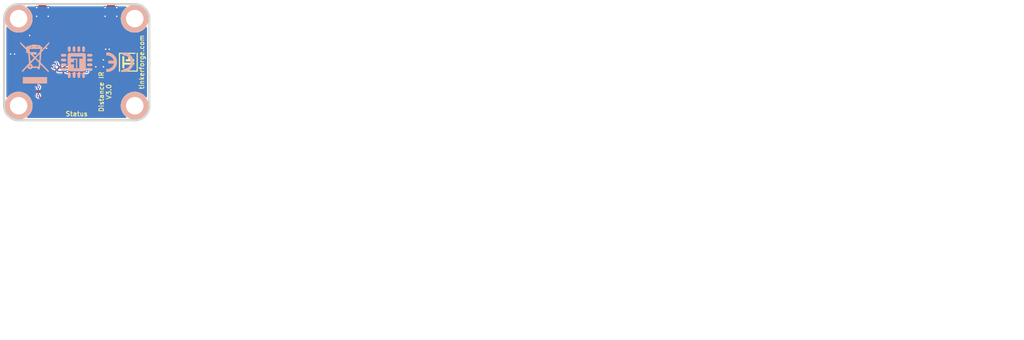
<source format=kicad_pcb>
(kicad_pcb (version 20171130) (host pcbnew "(5.1.4)-1")

  (general
    (thickness 1.6)
    (drawings 12)
    (tracks 178)
    (zones 0)
    (modules 27)
    (nets 36)
  )

  (page A4)
  (title_block
    (title "Distance IR Bricklet")
    (date 2020-06-22)
    (rev 3.0)
    (company "Tinkerforge GmbH")
    (comment 1 "Licensed under CERN OHL v.1.1")
    (comment 2 "Copyright (©) 2020, T.Schneidermann <tim@tinkerforge.com>")
  )

  (layers
    (0 F.Cu signal)
    (31 B.Cu signal)
    (32 B.Adhes user)
    (33 F.Adhes user)
    (34 B.Paste user)
    (35 F.Paste user)
    (36 B.SilkS user)
    (37 F.SilkS user)
    (38 B.Mask user)
    (39 F.Mask user)
    (40 Dwgs.User user)
    (41 Cmts.User user)
    (42 Eco1.User user)
    (43 Eco2.User user)
    (44 Edge.Cuts user)
    (45 Margin user)
    (46 B.CrtYd user)
    (47 F.CrtYd user)
    (48 B.Fab user)
    (49 F.Fab user)
  )

  (setup
    (last_trace_width 0.2)
    (user_trace_width 0.25)
    (user_trace_width 0.3)
    (user_trace_width 0.4)
    (user_trace_width 0.5)
    (user_trace_width 0.8)
    (trace_clearance 0.15)
    (zone_clearance 0.2)
    (zone_45_only no)
    (trace_min 0.15)
    (via_size 0.55)
    (via_drill 0.25)
    (via_min_size 0.4)
    (via_min_drill 0.25)
    (user_via 0.7 0.3)
    (uvia_size 0.3)
    (uvia_drill 0.1)
    (uvias_allowed no)
    (uvia_min_size 0.2)
    (uvia_min_drill 0.1)
    (edge_width 0.381)
    (segment_width 0.381)
    (pcb_text_width 0.3048)
    (pcb_text_size 1.524 2.032)
    (mod_edge_width 0.381)
    (mod_text_size 1.524 1.524)
    (mod_text_width 0.3048)
    (pad_size 0.8001 0.8001)
    (pad_drill 0.6)
    (pad_to_mask_clearance 0)
    (solder_mask_min_width 0.25)
    (aux_axis_origin 100 100)
    (grid_origin 100 100)
    (visible_elements 7FFFFFFF)
    (pcbplotparams
      (layerselection 0x00010_00000000)
      (usegerberextensions false)
      (usegerberattributes false)
      (usegerberadvancedattributes false)
      (creategerberjobfile false)
      (excludeedgelayer true)
      (linewidth 0.050000)
      (plotframeref false)
      (viasonmask false)
      (mode 1)
      (useauxorigin false)
      (hpglpennumber 1)
      (hpglpenspeed 20)
      (hpglpendiameter 15.000000)
      (psnegative false)
      (psa4output false)
      (plotreference false)
      (plotvalue false)
      (plotinvisibletext false)
      (padsonsilk false)
      (subtractmaskfromsilk false)
      (outputformat 1)
      (mirror false)
      (drillshape 0)
      (scaleselection 1)
      (outputdirectory "/tmp/"))
  )

  (net 0 "")
  (net 1 GND)
  (net 2 SDA)
  (net 3 SCL)
  (net 4 VCC)
  (net 5 "Net-(C102-Pad2)")
  (net 6 "Net-(D101-Pad2)")
  (net 7 +5V)
  (net 8 "Net-(P101-Pad4)")
  (net 9 "Net-(P101-Pad5)")
  (net 10 "Net-(P101-Pad6)")
  (net 11 "Net-(P102-Pad1)")
  (net 12 "Net-(P103-Pad2)")
  (net 13 "Net-(R101-Pad1)")
  (net 14 XSHUT)
  (net 15 "Net-(RP1-Pad7)")
  (net 16 "Net-(RP1-Pad6)")
  (net 17 GPIO)
  (net 18 S-MISO)
  (net 19 S-MOSI)
  (net 20 S-CLK)
  (net 21 S-CS)
  (net 22 "Net-(RP102-Pad6)")
  (net 23 "Net-(RP102-Pad7)")
  (net 24 "Net-(U1-Pad8)")
  (net 25 "Net-(U101-Pad4)")
  (net 26 "Net-(U101-Pad5)")
  (net 27 "Net-(U101-Pad6)")
  (net 28 "Net-(U101-Pad12)")
  (net 29 "Net-(U101-Pad13)")
  (net 30 "Net-(U101-Pad16)")
  (net 31 "Net-(U101-Pad18)")
  (net 32 "Net-(U101-Pad7)")
  (net 33 "Net-(U101-Pad8)")
  (net 34 "Net-(U101-Pad11)")
  (net 35 "Net-(U101-Pad15)")

  (net_class Default "This is the default net class."
    (clearance 0.15)
    (trace_width 0.2)
    (via_dia 0.55)
    (via_drill 0.25)
    (uvia_dia 0.3)
    (uvia_drill 0.1)
    (add_net +5V)
    (add_net GND)
    (add_net GPIO)
    (add_net "Net-(C102-Pad2)")
    (add_net "Net-(D101-Pad2)")
    (add_net "Net-(P101-Pad4)")
    (add_net "Net-(P101-Pad5)")
    (add_net "Net-(P101-Pad6)")
    (add_net "Net-(P102-Pad1)")
    (add_net "Net-(P103-Pad2)")
    (add_net "Net-(R101-Pad1)")
    (add_net "Net-(RP1-Pad6)")
    (add_net "Net-(RP1-Pad7)")
    (add_net "Net-(RP102-Pad6)")
    (add_net "Net-(RP102-Pad7)")
    (add_net "Net-(U1-Pad8)")
    (add_net "Net-(U101-Pad11)")
    (add_net "Net-(U101-Pad12)")
    (add_net "Net-(U101-Pad13)")
    (add_net "Net-(U101-Pad15)")
    (add_net "Net-(U101-Pad16)")
    (add_net "Net-(U101-Pad18)")
    (add_net "Net-(U101-Pad4)")
    (add_net "Net-(U101-Pad5)")
    (add_net "Net-(U101-Pad6)")
    (add_net "Net-(U101-Pad7)")
    (add_net "Net-(U101-Pad8)")
    (add_net S-CLK)
    (add_net S-CS)
    (add_net S-MISO)
    (add_net S-MOSI)
    (add_net SCL)
    (add_net SDA)
    (add_net VCC)
    (add_net XSHUT)
  )

  (module kicad-libraries:Fiducial_Mark (layer F.Cu) (tedit 560531B0) (tstamp 5EF0BEFD)
    (at 122 107)
    (attr smd)
    (fp_text reference Fiducial_Mark (at 0 0) (layer F.SilkS) hide
      (effects (font (size 0.127 0.127) (thickness 0.03302)))
    )
    (fp_text value VAL** (at 0 -0.29972) (layer F.SilkS) hide
      (effects (font (size 0.127 0.127) (thickness 0.03302)))
    )
    (fp_circle (center 0 0) (end 1.15062 0) (layer Dwgs.User) (width 0.01016))
    (pad 1 smd circle (at 0 0) (size 1.00076 1.00076) (layers F.Cu F.Paste F.Mask)
      (clearance 0.65024))
  )

  (module kicad-libraries:Fiducial_Mark (layer F.Cu) (tedit 560531B0) (tstamp 5EF0BEB6)
    (at 118.5 118.5)
    (attr smd)
    (fp_text reference Fiducial_Mark (at 0 0) (layer F.SilkS) hide
      (effects (font (size 0.127 0.127) (thickness 0.03302)))
    )
    (fp_text value VAL** (at 0 -0.29972) (layer F.SilkS) hide
      (effects (font (size 0.127 0.127) (thickness 0.03302)))
    )
    (fp_circle (center 0 0) (end 1.15062 0) (layer Dwgs.User) (width 0.01016))
    (pad 1 smd circle (at 0 0) (size 1.00076 1.00076) (layers F.Cu F.Paste F.Mask)
      (clearance 0.65024))
  )

  (module kicad-libraries:Fiducial_Mark (layer F.Cu) (tedit 560531B0) (tstamp 5EF0BE7E)
    (at 102 107)
    (attr smd)
    (fp_text reference Fiducial_Mark (at 0 0) (layer F.SilkS) hide
      (effects (font (size 0.127 0.127) (thickness 0.03302)))
    )
    (fp_text value VAL** (at 0 -0.29972) (layer F.SilkS) hide
      (effects (font (size 0.127 0.127) (thickness 0.03302)))
    )
    (fp_circle (center 0 0) (end 1.15062 0) (layer Dwgs.User) (width 0.01016))
    (pad 1 smd circle (at 0 0) (size 1.00076 1.00076) (layers F.Cu F.Paste F.Mask)
      (clearance 0.65024))
  )

  (module kicad-libraries:VL53L1 (layer F.Cu) (tedit 5EF0A2D2) (tstamp 5EF0894B)
    (at 112.5 110 90)
    (path /5EF16B28)
    (fp_text reference U1 (at -0.6 0.1 90) (layer F.Fab)
      (effects (font (size 0.2 0.2) (thickness 0.05)))
    )
    (fp_text value VL53L1 (at 0.5 0.1 90) (layer F.Fab)
      (effects (font (size 0.2 0.2) (thickness 0.05)))
    )
    (fp_arc (start 0 -0.8) (end -0.35 -0.8) (angle -180) (layer F.Fab) (width 0.12))
    (fp_line (start 0.35 -1.25) (end 0.35 -0.8) (layer F.Fab) (width 0.12))
    (fp_line (start -0.35 -1.25) (end -0.35 -0.8) (layer F.Fab) (width 0.12))
    (fp_line (start 0.35 0.55) (end 0.35 1.25) (layer F.Fab) (width 0.12))
    (fp_line (start -0.35 0.55) (end 0.35 0.55) (layer F.Fab) (width 0.12))
    (fp_line (start -0.35 1.25) (end -0.35 0.55) (layer F.Fab) (width 0.12))
    (fp_poly (pts (xy 2.45 1.25) (xy 1.95 1.25) (xy 2.45 0.8)) (layer F.Fab) (width 0.1))
    (fp_circle (center 1.5 0) (end 1.9 0) (layer F.Fab) (width 0.1))
    (fp_circle (center -1.5 0) (end -1.05 0) (layer F.Fab) (width 0.1))
    (fp_line (start -2.45 1.25) (end -2.45 -1.25) (layer F.Fab) (width 0.12))
    (fp_line (start 2.45 1.25) (end -2.45 1.25) (layer F.Fab) (width 0.12))
    (fp_line (start 2.45 -1.25) (end 2.45 1.25) (layer F.Fab) (width 0.12))
    (fp_line (start -2.45 -1.25) (end 2.45 -1.25) (layer F.Fab) (width 0.12))
    (pad 1 smd rect (at 1.89 0.675 90) (size 0.08 0.25) (layers F.Cu F.Paste F.Mask)
      (net 4 VCC))
    (pad 11 smd rect (at 1.6 -0.8 90) (size 0.5 0.5) (layers F.Cu F.Paste F.Mask)
      (net 4 VCC))
    (pad 10 smd rect (at 0.8 -0.8 90) (size 0.5 0.5) (layers F.Cu F.Paste F.Mask)
      (net 3 SCL))
    (pad 9 smd rect (at 0 -0.8 90) (size 0.5 0.5) (layers F.Cu F.Paste F.Mask)
      (net 2 SDA))
    (pad 8 smd rect (at -0.8 -0.8 90) (size 0.5 0.5) (layers F.Cu F.Paste F.Mask)
      (net 24 "Net-(U1-Pad8)"))
    (pad 7 smd rect (at -1.6 -0.8 90) (size 0.5 0.5) (layers F.Cu F.Paste F.Mask)
      (net 17 GPIO))
    (pad 6 smd rect (at -1.6 0 90) (size 0.5 0.5) (layers F.Cu F.Paste F.Mask)
      (net 1 GND))
    (pad 5 smd rect (at -1.6 0.8 90) (size 0.5 0.5) (layers F.Cu F.Paste F.Mask)
      (net 14 XSHUT))
    (pad 4 smd rect (at -0.8 0.8 90) (size 0.5 0.5) (layers F.Cu F.Paste F.Mask)
      (net 1 GND))
    (pad 3 smd rect (at 0 0.8 90) (size 0.5 0.5) (layers F.Cu F.Paste F.Mask)
      (net 1 GND))
    (pad 2 smd rect (at 0.8 0.8 90) (size 0.5 0.5) (layers F.Cu F.Paste F.Mask)
      (net 1 GND))
    (pad 1 smd rect (at 1.6 0.8 90) (size 0.5 0.5) (layers F.Cu F.Paste F.Mask)
      (net 4 VCC))
    (pad 12 smd rect (at 1.6 0 90) (size 0.5 0.5) (layers F.Cu F.Paste F.Mask)
      (net 1 GND))
    (model ${KICAD_SYMBOL_DIR}/3d/Sensors_Detectors/VL53L1.wrl
      (at (xyz 0 0 0))
      (scale (xyz 1 1 1))
      (rotate (xyz 0 0 0))
    )
  )

  (module kicad-libraries:WEEE_7mm (layer B.Cu) (tedit 5922FFAE) (tstamp 5EF0ADBB)
    (at 105.3 110.1 180)
    (fp_text reference VAL (at 0 0) (layer B.SilkS) hide
      (effects (font (size 0.2 0.2) (thickness 0.05)) (justify mirror))
    )
    (fp_text value WEEE_7mm (at 0.75 0) (layer B.SilkS) hide
      (effects (font (size 0.2 0.2) (thickness 0.05)) (justify mirror))
    )
    (fp_poly (pts (xy 2.482863 3.409859) (xy 2.480804 3.376179) (xy 2.471206 3.341837) (xy 2.44964 3.301407)
      (xy 2.411675 3.249463) (xy 2.352883 3.180577) (xy 2.268835 3.089322) (xy 2.155101 2.970274)
      (xy 2.007251 2.818004) (xy 1.961444 2.771041) (xy 1.439333 2.23603) (xy 1.439333 1.978793)
      (xy 1.439333 1.721555) (xy 1.298222 1.721555) (xy 1.298222 1.994947) (xy 1.298222 2.099005)
      (xy 1.213555 2.017889) (xy 1.160676 1.962169) (xy 1.131131 1.921219) (xy 1.128889 1.913831)
      (xy 1.153434 1.897717) (xy 1.212566 1.89089) (xy 1.213555 1.890889) (xy 1.269418 1.895963)
      (xy 1.29309 1.922356) (xy 1.298206 1.986828) (xy 1.298222 1.994947) (xy 1.298222 1.721555)
      (xy 1.28539 1.721555) (xy 1.241376 1.723224) (xy 1.205837 1.724651) (xy 1.177386 1.720468)
      (xy 1.154636 1.705309) (xy 1.136199 1.673804) (xy 1.120687 1.620585) (xy 1.106713 1.540286)
      (xy 1.092889 1.427539) (xy 1.077827 1.276974) (xy 1.060141 1.083225) (xy 1.038443 0.840924)
      (xy 1.028031 0.725936) (xy 1.016 0.593851) (xy 1.016 2.342444) (xy 1.016 2.427111)
      (xy 0.964919 2.427111) (xy 0.964919 2.654131) (xy 0.96044 2.665934) (xy 0.910629 2.701752)
      (xy 0.825292 2.742703) (xy 0.723934 2.781372) (xy 0.626061 2.810345) (xy 0.551179 2.822208)
      (xy 0.549274 2.822222) (xy 0.494484 2.808563) (xy 0.479778 2.765778) (xy 0.476666 2.742735)
      (xy 0.461334 2.726991) (xy 0.424786 2.717163) (xy 0.358027 2.711867) (xy 0.252063 2.709719)
      (xy 0.239909 2.709686) (xy 0.239909 2.892647) (xy 0.233665 2.897338) (xy 0.218722 2.899226)
      (xy 0.112749 2.903792) (xy 0.007055 2.899226) (xy -0.017767 2.894178) (xy 0.007962 2.890336)
      (xy 0.078354 2.888317) (xy 0.112889 2.888155) (xy 0.197687 2.889381) (xy 0.239909 2.892647)
      (xy 0.239909 2.709686) (xy 0.112889 2.709333) (xy -0.254 2.709333) (xy -0.254 2.782537)
      (xy -0.256796 2.824575) (xy -0.274517 2.843911) (xy -0.321168 2.845575) (xy -0.402167 2.835755)
      (xy -0.502773 2.820747) (xy -0.559752 2.80431) (xy -0.585498 2.778111) (xy -0.592403 2.733815)
      (xy -0.592667 2.707668) (xy -0.592667 2.624667) (xy 0.201011 2.624667) (xy 0.434757 2.624964)
      (xy 0.617649 2.62606) (xy 0.755277 2.628256) (xy 0.853229 2.631858) (xy 0.917094 2.637169)
      (xy 0.952461 2.644492) (xy 0.964919 2.654131) (xy 0.964919 2.427111) (xy 0.026103 2.427111)
      (xy -0.874889 2.427111) (xy -0.874889 2.652889) (xy -0.884518 2.680377) (xy -0.887335 2.681111)
      (xy -0.91143 2.661335) (xy -0.917222 2.652889) (xy -0.914985 2.626883) (xy -0.904777 2.624667)
      (xy -0.876038 2.645153) (xy -0.874889 2.652889) (xy -0.874889 2.427111) (xy -0.963793 2.427111)
      (xy -0.943537 2.166055) (xy -0.938094 2.087369) (xy -0.932714 2.024235) (xy -0.92321 1.970393)
      (xy -0.905395 1.919583) (xy -0.875081 1.865545) (xy -0.828081 1.802019) (xy -0.760208 1.722746)
      (xy -0.667273 1.621464) (xy -0.54509 1.491915) (xy -0.389471 1.327837) (xy -0.366889 1.303985)
      (xy -0.042333 0.961041) (xy 0.205281 1.207243) (xy 0.452896 1.453444) (xy 0.099448 1.461343)
      (xy -0.254 1.469242) (xy -0.254 1.623621) (xy -0.254 1.778) (xy 0.183444 1.778)
      (xy 0.620889 1.778) (xy 0.620889 1.701353) (xy 0.622969 1.664993) (xy 0.634687 1.65375)
      (xy 0.664256 1.671682) (xy 0.719893 1.722845) (xy 0.776111 1.778) (xy 0.854414 1.857186)
      (xy 0.900636 1.914327) (xy 0.92323 1.966659) (xy 0.930646 2.031417) (xy 0.931333 2.094536)
      (xy 0.934803 2.190842) (xy 0.947055 2.241675) (xy 0.97085 2.257681) (xy 0.973667 2.257778)
      (xy 1.007275 2.28302) (xy 1.016 2.342444) (xy 1.016 0.593851) (xy 0.954054 -0.086239)
      (xy 1.34486 -0.498024) (xy 1.555216 -0.719617) (xy 1.729916 -0.903769) (xy 1.872041 -1.054091)
      (xy 1.984676 -1.174196) (xy 2.070901 -1.267694) (xy 2.133801 -1.338196) (xy 2.176457 -1.389314)
      (xy 2.201952 -1.424658) (xy 2.21337 -1.447841) (xy 2.213792 -1.462473) (xy 2.206301 -1.472165)
      (xy 2.19398 -1.480529) (xy 2.187398 -1.485028) (xy 2.139541 -1.515553) (xy 2.118022 -1.524)
      (xy 2.094879 -1.504317) (xy 2.039069 -1.449218) (xy 1.956356 -1.364626) (xy 1.852504 -1.256463)
      (xy 1.733278 -1.130652) (xy 1.678916 -1.072812) (xy 1.255889 -0.621625) (xy 1.239947 -0.712979)
      (xy 1.197516 -0.849251) (xy 1.119827 -0.950313) (xy 1.079557 -0.982306) (xy 1.017977 -1.011638)
      (xy 1.017977 -0.632978) (xy 0.995676 -0.556992) (xy 0.945013 -0.49721) (xy 0.945013 1.715394)
      (xy 0.94482 1.716067) (xy 0.923395 1.700567) (xy 0.870211 1.651048) (xy 0.792165 1.57462)
      (xy 0.696154 1.478392) (xy 0.589075 1.369476) (xy 0.477826 1.254981) (xy 0.369303 1.142017)
      (xy 0.270405 1.037695) (xy 0.188029 0.949124) (xy 0.129071 0.883415) (xy 0.100429 0.847678)
      (xy 0.098778 0.843916) (xy 0.117043 0.81413) (xy 0.166773 0.753937) (xy 0.240369 0.67125)
      (xy 0.330231 0.573984) (xy 0.42876 0.470051) (xy 0.528358 0.367365) (xy 0.621424 0.273839)
      (xy 0.70036 0.197387) (xy 0.757566 0.145921) (xy 0.785443 0.127355) (xy 0.786505 0.12776)
      (xy 0.793707 0.159396) (xy 0.805121 0.239895) (xy 0.819901 0.361901) (xy 0.837205 0.51806)
      (xy 0.856186 0.701015) (xy 0.876002 0.903411) (xy 0.878183 0.926402) (xy 0.897143 1.129855)
      (xy 0.913788 1.314176) (xy 0.927509 1.472128) (xy 0.937694 1.596473) (xy 0.943732 1.679974)
      (xy 0.945013 1.715394) (xy 0.945013 -0.49721) (xy 0.944024 -0.496043) (xy 0.871243 -0.460602)
      (xy 0.785555 -0.461141) (xy 0.764432 -0.470982) (xy 0.764432 -0.168896) (xy 0.745079 -0.120107)
      (xy 0.697438 -0.051745) (xy 0.618576 0.041481) (xy 0.505557 0.164861) (xy 0.374559 0.303585)
      (xy -0.041854 0.741711) (xy -0.132242 0.647751) (xy -0.132242 0.841738) (xy -0.508984 1.238599)
      (xy -0.625421 1.36067) (xy -0.727784 1.466874) (xy -0.810087 1.55109) (xy -0.866341 1.607198)
      (xy -0.89056 1.629078) (xy -0.891025 1.629119) (xy -0.890844 1.599805) (xy -0.886195 1.523686)
      (xy -0.877886 1.410152) (xy -0.866727 1.268597) (xy -0.853528 1.108412) (xy -0.839099 0.938988)
      (xy -0.824249 0.769717) (xy -0.809789 0.60999) (xy -0.796527 0.4692) (xy -0.785274 0.356738)
      (xy -0.776839 0.281995) (xy -0.772591 0.25543) (xy -0.74805 0.256656) (xy -0.687291 0.300651)
      (xy -0.590212 0.387499) (xy -0.456711 0.517286) (xy -0.445848 0.528132) (xy -0.132242 0.841738)
      (xy -0.132242 0.647751) (xy -0.403136 0.366149) (xy -0.532757 0.230252) (xy -0.62722 0.127772)
      (xy -0.691435 0.052372) (xy -0.730313 -0.002286) (xy -0.748765 -0.04254) (xy -0.751699 -0.074729)
      (xy -0.750572 -0.082317) (xy -0.742402 -0.14269) (xy -0.732359 -0.241951) (xy -0.722136 -0.362656)
      (xy -0.718145 -0.416278) (xy -0.699563 -0.677333) (xy -0.138115 -0.677333) (xy 0.423333 -0.677333)
      (xy 0.423333 -0.584835) (xy 0.449981 -0.463491) (xy 0.523642 -0.355175) (xy 0.63489 -0.272054)
      (xy 0.682126 -0.250719) (xy 0.73002 -0.228911) (xy 0.758434 -0.2034) (xy 0.764432 -0.168896)
      (xy 0.764432 -0.470982) (xy 0.711835 -0.495489) (xy 0.659024 -0.562819) (xy 0.647539 -0.649049)
      (xy 0.676635 -0.735445) (xy 0.723473 -0.788174) (xy 0.784468 -0.828555) (xy 0.830825 -0.846601)
      (xy 0.832555 -0.846667) (xy 0.877213 -0.830394) (xy 0.938072 -0.790949) (xy 0.941638 -0.788174)
      (xy 1.002705 -0.713529) (xy 1.017977 -0.632978) (xy 1.017977 -1.011638) (xy 0.949842 -1.044093)
      (xy 0.810166 -1.060981) (xy 0.675259 -1.034339) (xy 0.559855 -0.965538) (xy 0.525993 -0.9308)
      (xy 0.455199 -0.846667) (xy -0.0264 -0.846667) (xy -0.508 -0.846667) (xy -0.508 -0.959556)
      (xy -0.508 -1.072445) (xy -0.649111 -1.072445) (xy -0.790222 -1.072445) (xy -0.790222 -0.975954)
      (xy -0.803072 -0.881747) (xy -0.831861 -0.799565) (xy -0.85235 -0.735143) (xy -0.871496 -0.630455)
      (xy -0.886633 -0.501661) (xy -0.8916 -0.437445) (xy -0.909702 -0.155222) (xy -1.596125 -0.853722)
      (xy -1.756866 -1.017004) (xy -1.904817 -1.166738) (xy -2.035402 -1.29834) (xy -2.144049 -1.407222)
      (xy -2.226183 -1.4888) (xy -2.277232 -1.538486) (xy -2.292741 -1.552222) (xy -2.318618 -1.535182)
      (xy -2.3368 -1.518356) (xy -2.366614 -1.474736) (xy -2.370667 -1.458297) (xy -2.351653 -1.432751)
      (xy -2.297528 -1.371534) (xy -2.212667 -1.27931) (xy -2.101445 -1.160741) (xy -1.968236 -1.020491)
      (xy -1.817416 -0.863223) (xy -1.653359 -0.693601) (xy -1.649999 -0.690141) (xy -0.929331 0.051823)
      (xy -1.000888 0.874398) (xy -1.019193 1.08713) (xy -1.035769 1.284177) (xy -1.049992 1.457782)
      (xy -1.061239 1.600189) (xy -1.068889 1.70364) (xy -1.072318 1.760379) (xy -1.072445 1.765937)
      (xy -1.083169 1.796856) (xy -1.117145 1.848518) (xy -1.177081 1.924038) (xy -1.265681 2.026535)
      (xy -1.385653 2.159123) (xy -1.539703 2.324921) (xy -1.730537 2.527044) (xy -1.763174 2.561396)
      (xy -1.94576 2.753708) (xy -2.093058 2.909847) (xy -2.208848 3.034377) (xy -2.296909 3.131865)
      (xy -2.361021 3.206878) (xy -2.404962 3.263981) (xy -2.432513 3.30774) (xy -2.447452 3.342721)
      (xy -2.453559 3.373491) (xy -2.454619 3.396775) (xy -2.455333 3.505661) (xy -2.136329 3.170998)
      (xy -2.000627 3.028421) (xy -1.842494 2.861938) (xy -1.678217 2.688716) (xy -1.524082 2.52592)
      (xy -1.466152 2.46464) (xy -1.354055 2.346541) (xy -1.256193 2.244484) (xy -1.178749 2.164831)
      (xy -1.127907 2.113947) (xy -1.109886 2.09804) (xy -1.109577 2.126426) (xy -1.113821 2.195386)
      (xy -1.12076 2.279234) (xy -1.130834 2.37523) (xy -1.143684 2.427922) (xy -1.166434 2.45028)
      (xy -1.206208 2.455276) (xy -1.217475 2.455333) (xy -1.274769 2.462802) (xy -1.295863 2.497097)
      (xy -1.298222 2.54) (xy -1.290268 2.600887) (xy -1.25796 2.622991) (xy -1.232974 2.624667)
      (xy -1.165809 2.649307) (xy -1.106569 2.707387) (xy -1.038059 2.780849) (xy -0.96015 2.840472)
      (xy -0.90268 2.886543) (xy -0.87527 2.932359) (xy -0.874889 2.936944) (xy -0.866717 2.958171)
      (xy -0.836053 2.973488) (xy -0.773676 2.98482) (xy -0.670366 2.994091) (xy -0.571902 3.000209)
      (xy -0.444753 3.009947) (xy -0.342774 3.022633) (xy -0.277341 3.036575) (xy -0.259106 3.046795)
      (xy -0.227621 3.061127) (xy -0.152899 3.071083) (xy -0.047962 3.076818) (xy 0.074164 3.078489)
      (xy 0.200456 3.076251) (xy 0.31789 3.07026) (xy 0.41344 3.060673) (xy 0.474084 3.047645)
      (xy 0.488466 3.037844) (xy 0.523084 3.012128) (xy 0.59531 2.989452) (xy 0.645346 2.980608)
      (xy 0.752526 2.955733) (xy 0.873538 2.912358) (xy 0.942299 2.880321) (xy 1.046225 2.831835)
      (xy 1.128071 2.811654) (xy 1.210866 2.814154) (xy 1.212404 2.814358) (xy 1.324381 2.811082)
      (xy 1.398504 2.765955) (xy 1.435053 2.678737) (xy 1.439333 2.621893) (xy 1.416263 2.519845)
      (xy 1.351912 2.452433) (xy 1.25357 2.427141) (xy 1.249609 2.427111) (xy 1.20332 2.41653)
      (xy 1.186549 2.373932) (xy 1.185333 2.342444) (xy 1.192841 2.282987) (xy 1.210931 2.257784)
      (xy 1.211244 2.257778) (xy 1.236778 2.277108) (xy 1.296879 2.331881) (xy 1.386564 2.417269)
      (xy 1.500846 2.528446) (xy 1.634743 2.660585) (xy 1.783269 2.808858) (xy 1.859662 2.885722)
      (xy 2.48217 3.513666) (xy 2.482863 3.409859)) (layer B.SilkS) (width 0.1))
    (fp_poly (pts (xy 2.032 -3.527778) (xy -0.014111 -3.527778) (xy -2.060222 -3.527778) (xy -2.060222 -3.019778)
      (xy -2.060222 -2.511778) (xy -0.014111 -2.511778) (xy 2.032 -2.511778) (xy 2.032 -3.019778)
      (xy 2.032 -3.527778)) (layer B.SilkS) (width 0.1))
  )

  (module kicad-libraries:Logo_CoMCU (layer B.Cu) (tedit 0) (tstamp 5EF0AC8D)
    (at 112.5 110 180)
    (fp_text reference G*** (at 0 0 180) (layer B.SilkS) hide
      (effects (font (size 1.524 1.524) (thickness 0.3)) (justify mirror))
    )
    (fp_text value LOGO (at 0.75 0 180) (layer B.SilkS) hide
      (effects (font (size 1.524 1.524) (thickness 0.3)) (justify mirror))
    )
    (fp_poly (pts (xy 1.302426 2.714986) (xy 1.385193 2.695173) (xy 1.448716 2.651032) (xy 1.488807 2.593596)
      (xy 1.498765 2.569721) (xy 1.506035 2.53964) (xy 1.511013 2.498405) (xy 1.514092 2.441067)
      (xy 1.515668 2.362679) (xy 1.516135 2.258293) (xy 1.516136 2.25083) (xy 1.515342 2.133571)
      (xy 1.512268 2.042957) (xy 1.505877 1.974396) (xy 1.495131 1.923296) (xy 1.478993 1.885065)
      (xy 1.456425 1.855112) (xy 1.426389 1.828844) (xy 1.419657 1.82382) (xy 1.360147 1.796527)
      (xy 1.287294 1.78604) (xy 1.214634 1.793205) (xy 1.17262 1.808396) (xy 1.1267 1.841315)
      (xy 1.086441 1.884441) (xy 1.082743 1.889727) (xy 1.070561 1.909422) (xy 1.061539 1.930044)
      (xy 1.055203 1.956406) (xy 1.051082 1.993318) (xy 1.048701 2.045592) (xy 1.047589 2.118039)
      (xy 1.047272 2.215471) (xy 1.047262 2.25083) (xy 1.04743 2.356825) (xy 1.04825 2.436369)
      (xy 1.050194 2.494275) (xy 1.053736 2.535355) (xy 1.059347 2.56442) (xy 1.067501 2.58628)
      (xy 1.078671 2.605748) (xy 1.082743 2.611934) (xy 1.141092 2.67366) (xy 1.214652 2.708374)
      (xy 1.301301 2.715081) (xy 1.302426 2.714986)) (layer B.SilkS) (width 0.01))
    (fp_poly (pts (xy 0.512077 2.712) (xy 0.582008 2.681693) (xy 0.641477 2.626914) (xy 0.652273 2.611934)
      (xy 0.664483 2.59219) (xy 0.673516 2.571519) (xy 0.679849 2.545095) (xy 0.683958 2.508088)
      (xy 0.686317 2.455671) (xy 0.687404 2.383015) (xy 0.687693 2.285292) (xy 0.687696 2.252427)
      (xy 0.687423 2.145625) (xy 0.686374 2.065279) (xy 0.684129 2.006584) (xy 0.680271 1.964739)
      (xy 0.67438 1.934938) (xy 0.666039 1.912377) (xy 0.656577 1.895088) (xy 0.601994 1.833255)
      (xy 0.531919 1.795152) (xy 0.453186 1.782627) (xy 0.372631 1.79753) (xy 0.343633 1.810418)
      (xy 0.29221 1.851946) (xy 0.254 1.907514) (xy 0.241212 1.934594) (xy 0.231952 1.962009)
      (xy 0.225657 1.995261) (xy 0.221762 2.039848) (xy 0.219706 2.101273) (xy 0.218923 2.185035)
      (xy 0.218831 2.25083) (xy 0.219105 2.351262) (xy 0.220303 2.425934) (xy 0.222988 2.480348)
      (xy 0.227723 2.520004) (xy 0.235073 2.550403) (xy 0.245601 2.577045) (xy 0.254 2.594146)
      (xy 0.302646 2.658908) (xy 0.366082 2.700325) (xy 0.437997 2.718116) (xy 0.512077 2.712)) (layer B.SilkS) (width 0.01))
    (fp_poly (pts (xy -0.256169 2.694381) (xy -0.195331 2.645892) (xy -0.160215 2.594146) (xy -0.147427 2.567067)
      (xy -0.138167 2.539651) (xy -0.131871 2.5064) (xy -0.127977 2.461813) (xy -0.12592 2.400388)
      (xy -0.125138 2.316626) (xy -0.125046 2.25083) (xy -0.12532 2.150399) (xy -0.126518 2.075727)
      (xy -0.129203 2.021313) (xy -0.133938 1.981657) (xy -0.141288 1.951258) (xy -0.151815 1.924616)
      (xy -0.160215 1.907514) (xy -0.208103 1.844368) (xy -0.272338 1.801786) (xy -0.345588 1.782004)
      (xy -0.420518 1.787259) (xy -0.476738 1.810989) (xy -0.511115 1.83266) (xy -0.537413 1.85267)
      (xy -0.556714 1.875372) (xy -0.570101 1.905118) (xy -0.578655 1.946261) (xy -0.583458 2.003154)
      (xy -0.585592 2.080149) (xy -0.586138 2.181599) (xy -0.586153 2.251212) (xy -0.586153 2.592189)
      (xy -0.547077 2.63401) (xy -0.478495 2.688414) (xy -0.40339 2.716223) (xy -0.327402 2.718018)
      (xy -0.256169 2.694381)) (layer B.SilkS) (width 0.01))
    (fp_poly (pts (xy -1.127911 2.708395) (xy -1.067189 2.688788) (xy -1.052315 2.679565) (xy -1.020001 2.653051)
      (xy -0.995529 2.624111) (xy -0.977836 2.588125) (xy -0.965857 2.540477) (xy -0.958528 2.476546)
      (xy -0.954784 2.391713) (xy -0.953562 2.28136) (xy -0.953525 2.25083) (xy -0.954319 2.133571)
      (xy -0.957393 2.042957) (xy -0.963784 1.974396) (xy -0.97453 1.923296) (xy -0.990669 1.885065)
      (xy -1.013237 1.855112) (xy -1.043272 1.828844) (xy -1.050005 1.82382) (xy -1.109476 1.796533)
      (xy -1.182194 1.786027) (xy -1.254505 1.793159) (xy -1.296242 1.808396) (xy -1.333922 1.829753)
      (xy -1.362661 1.851947) (xy -1.383742 1.879412) (xy -1.39845 1.916584) (xy -1.408067 1.967897)
      (xy -1.413877 2.037786) (xy -1.417164 2.130686) (xy -1.418952 2.232388) (xy -1.419999 2.351896)
      (xy -1.418685 2.444662) (xy -1.414052 2.515174) (xy -1.405143 2.56792) (xy -1.391001 2.607389)
      (xy -1.370668 2.638067) (xy -1.343187 2.664444) (xy -1.323561 2.679565) (xy -1.268905 2.703784)
      (xy -1.199418 2.713394) (xy -1.127911 2.708395)) (layer B.SilkS) (width 0.01))
    (fp_poly (pts (xy -2.150399 1.437756) (xy -2.075727 1.436559) (xy -2.021313 1.433874) (xy -1.981657 1.429138)
      (xy -1.951258 1.421788) (xy -1.924616 1.411261) (xy -1.907514 1.402861) (xy -1.840944 1.353392)
      (xy -1.798796 1.28934) (xy -1.781652 1.216339) (xy -1.790093 1.140029) (xy -1.8247 1.066045)
      (xy -1.867614 1.016) (xy -1.882402 1.002906) (xy -1.897905 0.99306) (xy -1.918613 0.985926)
      (xy -1.949016 0.980971) (xy -1.993602 0.97766) (xy -2.056862 0.975459) (xy -2.143285 0.973835)
      (xy -2.232515 0.972585) (xy -2.341844 0.971309) (xy -2.424559 0.971039) (xy -2.485298 0.972112)
      (xy -2.528702 0.974867) (xy -2.559409 0.97964) (xy -2.582059 0.98677) (xy -2.601291 0.996593)
      (xy -2.606573 0.999796) (xy -2.668381 1.054024) (xy -2.705999 1.120889) (xy -2.719624 1.194084)
      (xy -2.709448 1.267303) (xy -2.675667 1.334239) (xy -2.618474 1.388585) (xy -2.594146 1.402861)
      (xy -2.567067 1.415649) (xy -2.539651 1.424909) (xy -2.5064 1.431205) (xy -2.461813 1.435099)
      (xy -2.400388 1.437156) (xy -2.316626 1.437938) (xy -2.25083 1.43803) (xy -2.150399 1.437756)) (layer B.SilkS) (width 0.01))
    (fp_poly (pts (xy 2.358119 1.422191) (xy 2.437377 1.421379) (xy 2.495031 1.419428) (xy 2.535908 1.415862)
      (xy 2.564837 1.410207) (xy 2.586646 1.401986) (xy 2.606162 1.390723) (xy 2.611935 1.386919)
      (xy 2.672005 1.330519) (xy 2.707542 1.262302) (xy 2.718829 1.188581) (xy 2.706147 1.115669)
      (xy 2.669779 1.049879) (xy 2.610005 0.997526) (xy 2.594147 0.988646) (xy 2.567241 0.975881)
      (xy 2.540302 0.966688) (xy 2.507831 0.960531) (xy 2.464326 0.956876) (xy 2.404287 0.955186)
      (xy 2.322212 0.954926) (xy 2.251427 0.95529) (xy 2.159967 0.956316) (xy 2.077762 0.958029)
      (xy 2.010598 0.960245) (xy 1.96426 0.962782) (xy 1.946031 0.96493) (xy 1.877178 0.996275)
      (xy 1.826727 1.047211) (xy 1.795417 1.111533) (xy 1.783992 1.183036) (xy 1.793192 1.255516)
      (xy 1.823759 1.322767) (xy 1.876435 1.378584) (xy 1.895088 1.391223) (xy 1.915263 1.402008)
      (xy 1.938543 1.409983) (xy 1.969733 1.415566) (xy 2.013636 1.419174) (xy 2.075056 1.421228)
      (xy 2.158797 1.422144) (xy 2.252427 1.422341) (xy 2.358119 1.422191)) (layer B.SilkS) (width 0.01))
    (fp_poly (pts (xy 2.357374 0.601529) (xy 2.43751 0.600481) (xy 2.496093 0.598215) (xy 2.537977 0.594308)
      (xy 2.568013 0.588335) (xy 2.591056 0.579873) (xy 2.608571 0.570523) (xy 2.669584 0.518266)
      (xy 2.706549 0.451671) (xy 2.719059 0.376852) (xy 2.706708 0.299927) (xy 2.669088 0.22701)
      (xy 2.634047 0.187569) (xy 2.6193 0.174481) (xy 2.603917 0.164655) (xy 2.583408 0.157574)
      (xy 2.553287 0.152717) (xy 2.509065 0.149566) (xy 2.446254 0.147602) (xy 2.360367 0.146306)
      (xy 2.269147 0.145374) (xy 2.170628 0.144855) (xy 2.081921 0.145205) (xy 2.008084 0.146337)
      (xy 1.954174 0.148165) (xy 1.925249 0.150604) (xy 1.922585 0.151271) (xy 1.894516 0.167908)
      (xy 1.862484 0.193466) (xy 1.81129 0.258281) (xy 1.785613 0.332225) (xy 1.784979 0.408642)
      (xy 1.808912 0.480878) (xy 1.856939 0.54228) (xy 1.88908 0.566369) (xy 1.910311 0.578597)
      (xy 1.932303 0.587634) (xy 1.959961 0.593962) (xy 1.99819 0.59806) (xy 2.051895 0.600409)
      (xy 2.125983 0.601488) (xy 2.225358 0.601779) (xy 2.250831 0.601784) (xy 2.357374 0.601529)) (layer B.SilkS) (width 0.01))
    (fp_poly (pts (xy -2.137202 0.609403) (xy -2.059333 0.608536) (xy -2.002899 0.60648) (xy -1.962986 0.602738)
      (xy -1.934681 0.596816) (xy -1.91307 0.588218) (xy -1.893242 0.576449) (xy -1.889727 0.574119)
      (xy -1.828001 0.51577) (xy -1.793286 0.44221) (xy -1.78658 0.355561) (xy -1.786675 0.354435)
      (xy -1.806488 0.271668) (xy -1.850628 0.208146) (xy -1.908065 0.168055) (xy -1.93194 0.158097)
      (xy -1.962021 0.150827) (xy -2.003256 0.145849) (xy -2.060594 0.142769) (xy -2.138981 0.141193)
      (xy -2.243367 0.140727) (xy -2.25083 0.140725) (xy -2.356997 0.141136) (xy -2.436857 0.142631)
      (xy -2.49536 0.145606) (xy -2.537452 0.150454) (xy -2.568083 0.157571) (xy -2.592199 0.16735)
      (xy -2.593596 0.168055) (xy -2.656549 0.211659) (xy -2.69457 0.268165) (xy -2.710814 0.343095)
      (xy -2.711938 0.375138) (xy -2.702661 0.457928) (xy -2.672725 0.520337) (xy -2.618976 0.567886)
      (xy -2.593596 0.582222) (xy -2.570158 0.592023) (xy -2.54065 0.599225) (xy -2.500224 0.604203)
      (xy -2.444036 0.607334) (xy -2.36724 0.608995) (xy -2.264989 0.60956) (xy -2.241419 0.609575)
      (xy -2.137202 0.609403)) (layer B.SilkS) (width 0.01))
    (fp_poly (pts (xy 2.356997 -0.219291) (xy 2.436858 -0.220786) (xy 2.49536 -0.22376) (xy 2.537453 -0.228609)
      (xy 2.568083 -0.235725) (xy 2.5922 -0.245504) (xy 2.593597 -0.246209) (xy 2.65655 -0.289813)
      (xy 2.694571 -0.34632) (xy 2.710814 -0.421249) (xy 2.711939 -0.453293) (xy 2.702661 -0.536083)
      (xy 2.672726 -0.598492) (xy 2.618977 -0.64604) (xy 2.593597 -0.660376) (xy 2.55349 -0.67205)
      (xy 2.488955 -0.680906) (xy 2.406699 -0.686944) (xy 2.313429 -0.690163) (xy 2.215851 -0.690564)
      (xy 2.120673 -0.688147) (xy 2.034601 -0.682911) (xy 1.964341 -0.674857) (xy 1.9166 -0.663985)
      (xy 1.908065 -0.660376) (xy 1.845112 -0.616772) (xy 1.807091 -0.560266) (xy 1.790848 -0.485336)
      (xy 1.789723 -0.453293) (xy 1.799001 -0.370503) (xy 1.828936 -0.308094) (xy 1.882685 -0.260545)
      (xy 1.908065 -0.246209) (xy 1.93194 -0.236252) (xy 1.962021 -0.228981) (xy 2.003257 -0.224003)
      (xy 2.060594 -0.220924) (xy 2.138982 -0.219348) (xy 2.243368 -0.218881) (xy 2.250831 -0.21888)
      (xy 2.356997 -0.219291)) (layer B.SilkS) (width 0.01))
    (fp_poly (pts (xy -2.132431 -0.219281) (xy -2.040949 -0.221362) (xy -1.972047 -0.226169) (xy -1.921386 -0.234797)
      (xy -1.884628 -0.248342) (xy -1.857433 -0.2679) (xy -1.835463 -0.294566) (xy -1.814642 -0.328967)
      (xy -1.787837 -0.405867) (xy -1.788061 -0.485725) (xy -1.813376 -0.56095) (xy -1.861841 -0.623954)
      (xy -1.896704 -0.65007) (xy -1.918451 -0.661123) (xy -1.945138 -0.669239) (xy -1.981886 -0.674942)
      (xy -2.033818 -0.678753) (xy -2.106054 -0.681194) (xy -2.203719 -0.682787) (xy -2.219569 -0.68297)
      (xy -2.312376 -0.683301) (xy -2.397323 -0.682291) (xy -2.468201 -0.680114) (xy -2.518801 -0.676945)
      (xy -2.54 -0.67395) (xy -2.6115 -0.645258) (xy -2.663676 -0.597705) (xy -2.687313 -0.561464)
      (xy -2.71546 -0.481394) (xy -2.71343 -0.39877) (xy -2.687019 -0.328967) (xy -2.66595 -0.294202)
      (xy -2.643943 -0.267627) (xy -2.61666 -0.248147) (xy -2.579761 -0.234667) (xy -2.528908 -0.226091)
      (xy -2.459763 -0.221323) (xy -2.367986 -0.219268) (xy -2.25083 -0.218831) (xy -2.132431 -0.219281)) (layer B.SilkS) (width 0.01))
    (fp_poly (pts (xy -2.144664 -1.032091) (xy -2.064804 -1.033586) (xy -2.006301 -1.03656) (xy -1.964209 -1.041409)
      (xy -1.933578 -1.048525) (xy -1.909462 -1.058304) (xy -1.908065 -1.059009) (xy -1.842404 -1.107477)
      (xy -1.801986 -1.173785) (xy -1.786675 -1.24539) (xy -1.793035 -1.332185) (xy -1.827414 -1.405917)
      (xy -1.888818 -1.464464) (xy -1.889727 -1.465073) (xy -1.909422 -1.477255) (xy -1.930044 -1.486277)
      (xy -1.956406 -1.492613) (xy -1.993318 -1.496734) (xy -2.045592 -1.499115) (xy -2.118039 -1.500227)
      (xy -2.215471 -1.500544) (xy -2.25083 -1.500554) (xy -2.356825 -1.500386) (xy -2.436369 -1.499566)
      (xy -2.494275 -1.497622) (xy -2.535355 -1.49408) (xy -2.56442 -1.488469) (xy -2.58628 -1.480315)
      (xy -2.605748 -1.469145) (xy -2.611934 -1.465073) (xy -2.67366 -1.406724) (xy -2.708374 -1.333164)
      (xy -2.715081 -1.246515) (xy -2.714986 -1.24539) (xy -2.695173 -1.162623) (xy -2.651032 -1.0991)
      (xy -2.593596 -1.059009) (xy -2.569721 -1.049052) (xy -2.53964 -1.041781) (xy -2.498405 -1.036803)
      (xy -2.441067 -1.033724) (xy -2.362679 -1.032148) (xy -2.258293 -1.031681) (xy -2.25083 -1.03168)
      (xy -2.144664 -1.032091)) (layer B.SilkS) (width 0.01))
    (fp_poly (pts (xy 2.625332 -1.088201) (xy 2.685044 -1.155778) (xy 2.715461 -1.231666) (xy 2.715908 -1.312741)
      (xy 2.68998 -1.387854) (xy 2.667293 -1.426985) (xy 2.6417 -1.456709) (xy 2.608709 -1.478365)
      (xy 2.563823 -1.493288) (xy 2.502548 -1.502818) (xy 2.420388 -1.508291) (xy 2.31285 -1.511044)
      (xy 2.274277 -1.511548) (xy 2.180828 -1.51188) (xy 2.095835 -1.510833) (xy 2.025218 -1.508585)
      (xy 1.974898 -1.505314) (xy 1.952496 -1.50186) (xy 1.873902 -1.46247) (xy 1.817978 -1.40323)
      (xy 1.787231 -1.327479) (xy 1.781908 -1.274677) (xy 1.796929 -1.193757) (xy 1.841938 -1.12155)
      (xy 1.876331 -1.088201) (xy 1.924984 -1.047262) (xy 2.576679 -1.047262) (xy 2.625332 -1.088201)) (layer B.SilkS) (width 0.01))
    (fp_poly (pts (xy 1.401473 1.517994) (xy 1.47671 1.460826) (xy 1.52785 1.38703) (xy 1.544753 1.345821)
      (xy 1.548306 1.326172) (xy 1.551427 1.288223) (xy 1.554134 1.230636) (xy 1.556445 1.152071)
      (xy 1.558379 1.051191) (xy 1.559953 0.926656) (xy 1.561186 0.777128) (xy 1.562096 0.601268)
      (xy 1.5627 0.397737) (xy 1.563017 0.165198) (xy 1.563077 -0.01065) (xy 1.563023 -0.246037)
      (xy 1.562836 -0.452171) (xy 1.56248 -0.631062) (xy 1.561921 -0.78472) (xy 1.561121 -0.915154)
      (xy 1.560047 -1.024374) (xy 1.558661 -1.114388) (xy 1.556928 -1.187205) (xy 1.554812 -1.244836)
      (xy 1.552278 -1.28929) (xy 1.54929 -1.322576) (xy 1.545813 -1.346702) (xy 1.541809 -1.36368)
      (xy 1.538885 -1.371889) (xy 1.490496 -1.453457) (xy 1.420224 -1.514817) (xy 1.387854 -1.533337)
      (xy 1.376626 -1.538582) (xy 1.363374 -1.543171) (xy 1.346058 -1.547145) (xy 1.322638 -1.550548)
      (xy 1.291076 -1.553423) (xy 1.249332 -1.555812) (xy 1.195365 -1.557757) (xy 1.127137 -1.559302)
      (xy 1.042608 -1.56049) (xy 0.939738 -1.561362) (xy 0.816487 -1.561961) (xy 0.670817 -1.562331)
      (xy 0.500687 -1.562513) (xy 0.304058 -1.562552) (xy 0.078891 -1.562488) (xy -0.003285 -1.562451)
      (xy -0.24064 -1.562292) (xy -0.448714 -1.562028) (xy -0.629489 -1.561622) (xy -0.784944 -1.561039)
      (xy -0.917061 -1.560241) (xy -1.027821 -1.559192) (xy -1.119205 -1.557856) (xy -1.193192 -1.556197)
      (xy -1.251765 -1.554178) (xy -1.296903 -1.551762) (xy -1.330588 -1.548914) (xy -1.354801 -1.545598)
      (xy -1.371521 -1.541775) (xy -1.382731 -1.537411) (xy -1.383323 -1.537105) (xy -1.46355 -1.481491)
      (xy -1.519889 -1.409949) (xy -1.533534 -1.383323) (xy -1.53865 -1.370983) (xy -1.543125 -1.35621)
      (xy -1.547003 -1.336953) (xy -1.550328 -1.311158) (xy -1.553142 -1.276771) (xy -1.555489 -1.231739)
      (xy -1.557412 -1.174008) (xy -1.558954 -1.101527) (xy -1.560159 -1.012239) (xy -1.56107 -0.904094)
      (xy -1.56173 -0.775037) (xy -1.562183 -0.623015) (xy -1.562472 -0.445974) (xy -1.56264 -0.241862)
      (xy -1.562731 -0.008624) (xy -1.562733 0.001449) (xy -1.562984 0.969107) (xy -1.016 0.969107)
      (xy -1.016 0.6096) (xy -0.453292 0.6096) (xy -0.453292 -1.047262) (xy -0.093784 -1.047262)
      (xy -0.093784 0.4064) (xy 0.109416 0.4064) (xy 0.109416 -1.047262) (xy 0.468923 -1.047262)
      (xy 0.468923 -0.375139) (xy 1.00037 -0.375139) (xy 1.00037 -0.016387) (xy 0.738554 -0.012101)
      (xy 0.476739 -0.007816) (xy 0.472377 0.199292) (xy 0.468016 0.4064) (xy 0.109416 0.4064)
      (xy -0.093784 0.4064) (xy -0.093784 0.6096) (xy 1.00037 0.6096) (xy 1.00037 0.969107)
      (xy -1.016 0.969107) (xy -1.562984 0.969107) (xy -1.563077 1.323698) (xy -1.526694 1.392587)
      (xy -1.471264 1.464884) (xy -1.414596 1.508369) (xy -1.338882 1.555261) (xy 1.336431 1.555261)
      (xy 1.401473 1.517994)) (layer B.SilkS) (width 0.01))
    (fp_poly (pts (xy 1.346689 -1.796257) (xy 1.417899 -1.835911) (xy 1.459615 -1.876331) (xy 1.500554 -1.924984)
      (xy 1.500554 -2.576679) (xy 1.459615 -2.625332) (xy 1.392744 -2.68417) (xy 1.31729 -2.714883)
      (xy 1.237726 -2.716573) (xy 1.15852 -2.688344) (xy 1.155117 -2.686403) (xy 1.118225 -2.663117)
      (xy 1.090106 -2.638629) (xy 1.069578 -2.608492) (xy 1.055461 -2.568257) (xy 1.046573 -2.513474)
      (xy 1.041732 -2.439696) (xy 1.039757 -2.342474) (xy 1.039447 -2.250831) (xy 1.039629 -2.145299)
      (xy 1.040495 -2.066123) (xy 1.042527 -2.008397) (xy 1.046203 -1.967215) (xy 1.052004 -1.937674)
      (xy 1.060411 -1.914866) (xy 1.071903 -1.893886) (xy 1.074862 -1.88908) (xy 1.128828 -1.828558)
      (xy 1.196134 -1.79278) (xy 1.270761 -1.781947) (xy 1.346689 -1.796257)) (layer B.SilkS) (width 0.01))
    (fp_poly (pts (xy 0.473995 -1.786675) (xy 0.555073 -1.805797) (xy 0.617389 -1.84902) (xy 0.658815 -1.907213)
      (xy 0.669288 -1.930311) (xy 0.67693 -1.958095) (xy 0.682167 -1.995603) (xy 0.685428 -2.047877)
      (xy 0.68714 -2.119956) (xy 0.687731 -2.216879) (xy 0.687754 -2.248225) (xy 0.686957 -2.365713)
      (xy 0.683869 -2.456527) (xy 0.677448 -2.52523) (xy 0.666651 -2.576385) (xy 0.650435 -2.614554)
      (xy 0.627757 -2.6443) (xy 0.597573 -2.670185) (xy 0.590045 -2.675656) (xy 0.523925 -2.705859)
      (xy 0.446804 -2.715881) (xy 0.372136 -2.70476) (xy 0.344189 -2.693266) (xy 0.298269 -2.660346)
      (xy 0.25801 -2.61722) (xy 0.254312 -2.611935) (xy 0.24213 -2.59224) (xy 0.233108 -2.571617)
      (xy 0.226773 -2.545256) (xy 0.222651 -2.508344) (xy 0.22027 -2.45607) (xy 0.219158 -2.383623)
      (xy 0.218842 -2.286191) (xy 0.218831 -2.250831) (xy 0.218999 -2.144837) (xy 0.219819 -2.065292)
      (xy 0.221764 -2.007386) (xy 0.225305 -1.966306) (xy 0.230917 -1.937242) (xy 0.239071 -1.915382)
      (xy 0.25024 -1.895913) (xy 0.254312 -1.889727) (xy 0.312661 -1.828001) (xy 0.386221 -1.793287)
      (xy 0.47287 -1.78658) (xy 0.473995 -1.786675)) (layer B.SilkS) (width 0.01))
    (fp_poly (pts (xy -0.287426 -1.800234) (xy -0.220294 -1.840199) (xy -0.176157 -1.889727) (xy -0.163976 -1.909422)
      (xy -0.154954 -1.930045) (xy -0.148618 -1.956407) (xy -0.144496 -1.993319) (xy -0.142116 -2.045593)
      (xy -0.141004 -2.11804) (xy -0.140687 -2.215471) (xy -0.140677 -2.250831) (xy -0.140845 -2.356825)
      (xy -0.141665 -2.43637) (xy -0.143609 -2.494276) (xy -0.147151 -2.535356) (xy -0.152762 -2.56442)
      (xy -0.160916 -2.586281) (xy -0.172086 -2.605749) (xy -0.176157 -2.611935) (xy -0.233584 -2.671915)
      (xy -0.305711 -2.707875) (xy -0.38535 -2.717967) (xy -0.465312 -2.700346) (xy -0.484797 -2.691244)
      (xy -0.53575 -2.650252) (xy -0.575196 -2.593551) (xy -0.587718 -2.567953) (xy -0.596833 -2.543045)
      (xy -0.602985 -2.513656) (xy -0.606613 -2.474614) (xy -0.60816 -2.420747) (xy -0.608067 -2.346881)
      (xy -0.606776 -2.247846) (xy -0.606458 -2.227385) (xy -0.604651 -2.123601) (xy -0.602566 -2.04616)
      (xy -0.59961 -1.990143) (xy -0.595191 -1.950633) (xy -0.588714 -1.922712) (xy -0.579587 -1.901463)
      (xy -0.567217 -1.881967) (xy -0.564291 -1.877832) (xy -0.507432 -1.822397) (xy -0.437799 -1.791125)
      (xy -0.362195 -1.783807) (xy -0.287426 -1.800234)) (layer B.SilkS) (width 0.01))
    (fp_poly (pts (xy -1.083326 -1.807455) (xy -1.021749 -1.855631) (xy -0.996708 -1.88908) (xy -0.98448 -1.910311)
      (xy -0.975442 -1.932303) (xy -0.969114 -1.959961) (xy -0.965016 -1.99819) (xy -0.962667 -2.051895)
      (xy -0.961588 -2.125983) (xy -0.961298 -2.225358) (xy -0.961292 -2.250831) (xy -0.961474 -2.356363)
      (xy -0.962341 -2.435539) (xy -0.964372 -2.493265) (xy -0.968048 -2.534447) (xy -0.97385 -2.563989)
      (xy -0.982256 -2.586797) (xy -0.993749 -2.607776) (xy -0.996708 -2.612582) (xy -1.0485 -2.669267)
      (xy -1.116082 -2.705676) (xy -1.191105 -2.719696) (xy -1.265225 -2.709215) (xy -1.305169 -2.690672)
      (xy -1.339545 -2.669002) (xy -1.365843 -2.648992) (xy -1.385145 -2.62629) (xy -1.398532 -2.596544)
      (xy -1.407086 -2.555401) (xy -1.411889 -2.498508) (xy -1.414022 -2.421512) (xy -1.414569 -2.320062)
      (xy -1.414584 -2.250449) (xy -1.414584 -1.909473) (xy -1.375507 -1.867651) (xy -1.30749 -1.813994)
      (xy -1.232151 -1.7863) (xy -1.155444 -1.784232) (xy -1.083326 -1.807455)) (layer B.SilkS) (width 0.01))
  )

  (module kicad-libraries:CE_5mm (layer B.Cu) (tedit 5922FFD4) (tstamp 5EF0ABD1)
    (at 119.9 110 180)
    (fp_text reference VAL (at 0 0) (layer B.SilkS) hide
      (effects (font (size 0.2 0.2) (thickness 0.05)) (justify mirror))
    )
    (fp_text value CE_5mm (at 0 0) (layer B.SilkS) hide
      (effects (font (size 0.2 0.2) (thickness 0.05)) (justify mirror))
    )
    (fp_poly (pts (xy 2.3114 -1.67132) (xy 2.30124 -1.67132) (xy 2.28854 -1.67386) (xy 2.26822 -1.6764)
      (xy 2.24282 -1.6764) (xy 2.21742 -1.67894) (xy 2.18694 -1.67894) (xy 2.15646 -1.67894)
      (xy 2.12852 -1.67894) (xy 2.10058 -1.67894) (xy 2.07518 -1.67894) (xy 2.05232 -1.67894)
      (xy 2.04978 -1.67894) (xy 1.96088 -1.67132) (xy 1.87706 -1.66116) (xy 1.79578 -1.64592)
      (xy 1.7145 -1.6256) (xy 1.65862 -1.61036) (xy 1.55956 -1.57988) (xy 1.46304 -1.53924)
      (xy 1.36906 -1.49606) (xy 1.27762 -1.44526) (xy 1.18872 -1.38938) (xy 1.1049 -1.32588)
      (xy 1.02362 -1.25984) (xy 0.94742 -1.18872) (xy 0.8763 -1.11252) (xy 0.81026 -1.03378)
      (xy 0.762 -0.96774) (xy 0.70358 -0.87884) (xy 0.65024 -0.78994) (xy 0.60452 -0.69596)
      (xy 0.56642 -0.60198) (xy 0.53086 -0.50546) (xy 0.50546 -0.4064) (xy 0.4826 -0.30734)
      (xy 0.46736 -0.20828) (xy 0.4572 -0.10668) (xy 0.45466 -0.00508) (xy 0.4572 0.09398)
      (xy 0.46482 0.19558) (xy 0.48006 0.29464) (xy 0.50038 0.39624) (xy 0.52832 0.49276)
      (xy 0.56134 0.58928) (xy 0.59944 0.68326) (xy 0.64516 0.77724) (xy 0.69596 0.86868)
      (xy 0.75184 0.95504) (xy 0.79248 1.01092) (xy 0.85852 1.0922) (xy 0.9271 1.1684)
      (xy 1.0033 1.24206) (xy 1.08204 1.31064) (xy 1.16332 1.3716) (xy 1.24968 1.42748)
      (xy 1.33858 1.48082) (xy 1.43256 1.52654) (xy 1.52654 1.56718) (xy 1.6256 1.6002)
      (xy 1.72466 1.62814) (xy 1.82626 1.651) (xy 1.9304 1.66878) (xy 2.03454 1.6764)
      (xy 2.13614 1.68148) (xy 2.15392 1.68148) (xy 2.17424 1.67894) (xy 2.19964 1.67894)
      (xy 2.2225 1.67894) (xy 2.24536 1.6764) (xy 2.26568 1.67386) (xy 2.28346 1.67386)
      (xy 2.29616 1.67132) (xy 2.2987 1.67132) (xy 2.30886 1.67132) (xy 2.30886 1.40208)
      (xy 2.30886 1.13538) (xy 2.29108 1.13792) (xy 2.2352 1.143) (xy 2.17678 1.14554)
      (xy 2.11836 1.14554) (xy 2.06248 1.143) (xy 2.00914 1.13792) (xy 2.0066 1.13792)
      (xy 1.9177 1.12268) (xy 1.83134 1.10236) (xy 1.74752 1.07442) (xy 1.66878 1.0414)
      (xy 1.59004 1.0033) (xy 1.51638 0.95758) (xy 1.44526 0.90932) (xy 1.37668 0.85344)
      (xy 1.31318 0.79248) (xy 1.25476 0.72644) (xy 1.21158 0.67056) (xy 1.16586 0.60452)
      (xy 1.12268 0.53086) (xy 1.08712 0.4572) (xy 1.0541 0.37592) (xy 1.03378 0.31242)
      (xy 1.0287 0.29464) (xy 1.02616 0.28194) (xy 1.02362 0.27178) (xy 1.02108 0.2667)
      (xy 1.02362 0.2667) (xy 1.0287 0.26416) (xy 1.03378 0.26416) (xy 1.04394 0.26416)
      (xy 1.0541 0.26416) (xy 1.06934 0.26416) (xy 1.08712 0.26416) (xy 1.10998 0.26416)
      (xy 1.13538 0.26162) (xy 1.16586 0.26162) (xy 1.20142 0.26162) (xy 1.23952 0.26162)
      (xy 1.28524 0.26162) (xy 1.33604 0.26162) (xy 1.39192 0.26162) (xy 1.45542 0.26162)
      (xy 1.49352 0.26162) (xy 1.96596 0.26162) (xy 1.96596 0.01016) (xy 1.96596 -0.2413)
      (xy 1.48844 -0.24384) (xy 1.00838 -0.24384) (xy 1.02362 -0.29972) (xy 1.03632 -0.35052)
      (xy 1.05156 -0.39624) (xy 1.06934 -0.43942) (xy 1.08712 -0.48514) (xy 1.10998 -0.53086)
      (xy 1.11506 -0.54102) (xy 1.1557 -0.61722) (xy 1.20396 -0.68834) (xy 1.2573 -0.75692)
      (xy 1.31572 -0.82296) (xy 1.37922 -0.88138) (xy 1.44526 -0.93726) (xy 1.48082 -0.96266)
      (xy 1.55448 -1.01092) (xy 1.63068 -1.05156) (xy 1.70942 -1.08712) (xy 1.7907 -1.1176)
      (xy 1.87706 -1.143) (xy 1.96596 -1.16078) (xy 1.98374 -1.16332) (xy 2.01168 -1.16586)
      (xy 2.04216 -1.1684) (xy 2.07518 -1.17094) (xy 2.11074 -1.17094) (xy 2.1463 -1.17348)
      (xy 2.18186 -1.17348) (xy 2.21742 -1.17094) (xy 2.2479 -1.17094) (xy 2.27584 -1.1684)
      (xy 2.2987 -1.16586) (xy 2.30378 -1.16332) (xy 2.3114 -1.16332) (xy 2.3114 -1.41732)
      (xy 2.3114 -1.67132)) (layer B.SilkS) (width 0.00254))
    (fp_poly (pts (xy -0.55372 -1.67132) (xy -0.5715 -1.67386) (xy -0.57912 -1.6764) (xy -0.59436 -1.6764)
      (xy -0.61214 -1.6764) (xy -0.635 -1.6764) (xy -0.65786 -1.67894) (xy -0.68326 -1.67894)
      (xy -0.70866 -1.67894) (xy -0.73406 -1.67894) (xy -0.75692 -1.67894) (xy -0.7747 -1.67894)
      (xy -0.7874 -1.67894) (xy -0.79756 -1.67894) (xy -0.80518 -1.67894) (xy -0.82042 -1.6764)
      (xy -0.83566 -1.6764) (xy -0.85598 -1.67386) (xy -0.95758 -1.66116) (xy -1.05664 -1.64338)
      (xy -1.15824 -1.62052) (xy -1.2573 -1.59004) (xy -1.35382 -1.55194) (xy -1.40462 -1.53162)
      (xy -1.49606 -1.4859) (xy -1.58496 -1.4351) (xy -1.67386 -1.37922) (xy -1.75514 -1.31826)
      (xy -1.83642 -1.24968) (xy -1.91008 -1.17856) (xy -1.9812 -1.10236) (xy -2.04724 -1.02108)
      (xy -2.1082 -0.93726) (xy -2.14884 -0.87376) (xy -2.18694 -0.80772) (xy -2.2225 -0.7366)
      (xy -2.25552 -0.66548) (xy -2.286 -0.59436) (xy -2.30886 -0.52324) (xy -2.3114 -0.51562)
      (xy -2.34188 -0.41402) (xy -2.36474 -0.30988) (xy -2.37998 -0.20574) (xy -2.39014 -0.09906)
      (xy -2.39268 0.00508) (xy -2.39014 0.11176) (xy -2.37998 0.2159) (xy -2.36474 0.31496)
      (xy -2.34188 0.41402) (xy -2.3114 0.51308) (xy -2.27838 0.6096) (xy -2.23774 0.70612)
      (xy -2.19202 0.79756) (xy -2.14122 0.88646) (xy -2.10566 0.9398) (xy -2.0447 1.02362)
      (xy -1.97866 1.1049) (xy -1.90754 1.1811) (xy -1.83388 1.25222) (xy -1.7526 1.31826)
      (xy -1.66878 1.38176) (xy -1.58242 1.43764) (xy -1.49098 1.48844) (xy -1.397 1.53416)
      (xy -1.30048 1.5748) (xy -1.20142 1.60782) (xy -1.19888 1.60782) (xy -1.10998 1.63322)
      (xy -1.016 1.651) (xy -0.92202 1.66624) (xy -0.8255 1.6764) (xy -0.73152 1.67894)
      (xy -0.64008 1.67894) (xy -0.58166 1.67386) (xy -0.55372 1.67386) (xy -0.55372 1.4097)
      (xy -0.55372 1.14808) (xy -0.56134 1.15062) (xy -0.57658 1.15316) (xy -0.5969 1.1557)
      (xy -0.6223 1.15824) (xy -0.65024 1.15824) (xy -0.68072 1.15824) (xy -0.71374 1.15824)
      (xy -0.74676 1.15824) (xy -0.77724 1.15824) (xy -0.80772 1.1557) (xy -0.83312 1.15316)
      (xy -0.8509 1.15062) (xy -0.9398 1.13538) (xy -1.02616 1.11506) (xy -1.10998 1.08712)
      (xy -1.19126 1.0541) (xy -1.27 1.01346) (xy -1.34366 0.97028) (xy -1.41478 0.91948)
      (xy -1.48336 0.86106) (xy -1.524 0.82296) (xy -1.58496 0.75692) (xy -1.64084 0.68834)
      (xy -1.6891 0.61468) (xy -1.73228 0.54102) (xy -1.77038 0.46228) (xy -1.8034 0.381)
      (xy -1.8288 0.29718) (xy -1.84658 0.21082) (xy -1.85928 0.12192) (xy -1.86182 0.09906)
      (xy -1.86436 0.0762) (xy -1.86436 0.04572) (xy -1.86436 0.0127) (xy -1.86436 -0.02286)
      (xy -1.86436 -0.05842) (xy -1.86182 -0.09144) (xy -1.85928 -0.12192) (xy -1.85674 -0.14986)
      (xy -1.85674 -0.16256) (xy -1.8415 -0.24384) (xy -1.82118 -0.32258) (xy -1.79578 -0.39878)
      (xy -1.7653 -0.47498) (xy -1.75006 -0.50292) (xy -1.71196 -0.57658) (xy -1.67132 -0.64516)
      (xy -1.62306 -0.70866) (xy -1.57226 -0.77216) (xy -1.524 -0.82296) (xy -1.4605 -0.88138)
      (xy -1.39192 -0.93726) (xy -1.31826 -0.98552) (xy -1.2446 -1.0287) (xy -1.16332 -1.0668)
      (xy -1.08204 -1.09728) (xy -0.99822 -1.12268) (xy -0.90932 -1.143) (xy -0.87122 -1.14808)
      (xy -0.85344 -1.15062) (xy -0.8382 -1.15316) (xy -0.8255 -1.1557) (xy -0.81026 -1.1557)
      (xy -0.79502 -1.1557) (xy -0.77724 -1.15824) (xy -0.75692 -1.15824) (xy -0.72898 -1.15824)
      (xy -0.70612 -1.15824) (xy -0.67818 -1.15824) (xy -0.65278 -1.15824) (xy -0.62738 -1.1557)
      (xy -0.60706 -1.1557) (xy -0.59182 -1.1557) (xy -0.57912 -1.15316) (xy -0.56642 -1.15316)
      (xy -0.5588 -1.15062) (xy -0.55626 -1.15062) (xy -0.55626 -1.15316) (xy -0.55626 -1.16332)
      (xy -0.55626 -1.17856) (xy -0.55626 -1.19888) (xy -0.55626 -1.22428) (xy -0.55372 -1.25476)
      (xy -0.55372 -1.28778) (xy -0.55372 -1.32334) (xy -0.55372 -1.36144) (xy -0.55372 -1.40208)
      (xy -0.55372 -1.41224) (xy -0.55372 -1.67132)) (layer B.SilkS) (width 0.00254))
  )

  (module kicad-libraries:Logo_31x31 (layer F.Cu) (tedit 0) (tstamp 5EF0A840)
    (at 121.4 110 90)
    (fp_text reference G*** (at 0 0 90) (layer F.SilkS) hide
      (effects (font (size 1.524 1.524) (thickness 0.3)))
    )
    (fp_text value LOGO (at 0.75 0 90) (layer F.SilkS) hide
      (effects (font (size 1.524 1.524) (thickness 0.3)))
    )
    (fp_poly (pts (xy 0.483809 -0.030238) (xy 1.016 -0.030238) (xy 1.016 0.27819) (xy 0.483809 0.27819)
      (xy 0.483809 1.016) (xy 0.145142 1.016) (xy 0.145142 -0.459619) (xy 0.483809 -0.459619)
      (xy 0.483809 -0.030238)) (layer F.SilkS) (width 0.01))
    (fp_poly (pts (xy 1.016 -0.701524) (xy -0.090715 -0.701524) (xy -0.090715 1.016) (xy -0.429381 1.016)
      (xy -0.429381 -0.701524) (xy -1.028096 -0.701524) (xy -1.028096 -1.034143) (xy 1.016 -1.034143)
      (xy 1.016 -0.701524)) (layer F.SilkS) (width 0.01))
    (fp_poly (pts (xy 1.614714 1.221619) (xy 1.427238 1.221619) (xy 1.427238 -1.439334) (xy -1.62681 -1.439334)
      (xy -1.62681 -1.62681) (xy 1.614714 -1.62681) (xy 1.614714 1.221619)) (layer F.SilkS) (width 0.01))
    (fp_poly (pts (xy -1.433286 1.42119) (xy 1.614714 1.42119) (xy 1.614714 1.608666) (xy -1.62681 1.608666)
      (xy -1.62681 -1.239762) (xy -1.433286 -1.239762) (xy -1.433286 1.42119)) (layer F.SilkS) (width 0.01))
  )

  (module kicad-libraries:C0603F (layer F.Cu) (tedit 58F5DD02) (tstamp 5EF085BA)
    (at 114.6 109 270)
    (path /5EF78442)
    (attr smd)
    (fp_text reference C1 (at 0.05 0.225 90) (layer F.Fab)
      (effects (font (size 0.2 0.2) (thickness 0.05)))
    )
    (fp_text value 100nF (at 0.05 -0.375 90) (layer F.Fab)
      (effects (font (size 0.2 0.2) (thickness 0.05)))
    )
    (fp_line (start -1.45034 -0.65024) (end 1.45034 -0.65024) (layer F.Fab) (width 0.001))
    (fp_line (start 1.45034 -0.65024) (end 1.45034 0.65024) (layer F.Fab) (width 0.001))
    (fp_line (start 1.45034 0.65024) (end -1.45034 0.65024) (layer F.Fab) (width 0.001))
    (fp_line (start -1.45034 0.65024) (end -1.45034 -0.65024) (layer F.Fab) (width 0.001))
    (pad 1 smd rect (at -0.75 0 270) (size 0.9 0.9) (layers F.Cu F.Paste F.Mask)
      (net 4 VCC))
    (pad 2 smd rect (at 0.75 0 270) (size 0.9 0.9) (layers F.Cu F.Paste F.Mask)
      (net 1 GND))
    (model Capacitors_SMD/C_0603.wrl
      (at (xyz 0 0 0))
      (scale (xyz 1 1 1))
      (rotate (xyz 0 0 0))
    )
  )

  (module kicad-libraries:C0805E (layer F.Cu) (tedit 58F5E06C) (tstamp 5EF085C4)
    (at 116.179399 108.971501 270)
    (path /5EF78B74)
    (attr smd)
    (fp_text reference C2 (at 0 0.2 90) (layer F.Fab)
      (effects (font (size 0.2 0.2) (thickness 0.05)))
    )
    (fp_text value 4,7uF (at 0 -0.4 90) (layer F.Fab)
      (effects (font (size 0.2 0.2) (thickness 0.05)))
    )
    (fp_line (start -1.651 -0.8001) (end -1.651 0.8001) (layer F.Fab) (width 0.001))
    (fp_line (start -1.651 0.8001) (end 1.651 0.8001) (layer F.Fab) (width 0.001))
    (fp_line (start 1.651 0.8001) (end 1.651 -0.8001) (layer F.Fab) (width 0.001))
    (fp_line (start 1.651 -0.8001) (end -1.651 -0.8001) (layer F.Fab) (width 0.001))
    (pad 1 smd rect (at -0.95 0 270) (size 1.3 1.5) (layers F.Cu F.Paste F.Mask)
      (net 4 VCC) (clearance 0.14986))
    (pad 2 smd rect (at 0.95 0 270) (size 1.3 1.5) (layers F.Cu F.Paste F.Mask)
      (net 1 GND) (clearance 0.14986))
    (model Capacitors_SMD/C_0805.wrl
      (at (xyz 0 0 0))
      (scale (xyz 1 1 1))
      (rotate (xyz 0 0 0))
    )
  )

  (module kicad-libraries:C0402F (layer F.Cu) (tedit 5A0C5AF6) (tstamp 5EF085D8)
    (at 108 107.1 90)
    (path /590B3753)
    (fp_text reference C102 (at 0.1 0.15 90) (layer F.Fab)
      (effects (font (size 0.2 0.2) (thickness 0.05)))
    )
    (fp_text value 220pF (at 0 -0.15 90) (layer F.Fab)
      (effects (font (size 0.2 0.2) (thickness 0.05)))
    )
    (fp_line (start -0.9 -0.45) (end 0.9 -0.45) (layer F.Fab) (width 0.025))
    (fp_line (start 0.9 -0.45) (end 0.9 0.45) (layer F.Fab) (width 0.025))
    (fp_line (start 0.9 0.45) (end -0.9 0.45) (layer F.Fab) (width 0.025))
    (fp_line (start -0.9 0.45) (end -0.9 -0.45) (layer F.Fab) (width 0.025))
    (pad 2 smd rect (at 0.5 0 90) (size 0.6 0.7) (layers F.Cu F.Paste F.Mask)
      (net 5 "Net-(C102-Pad2)"))
    (pad 1 smd rect (at -0.5 0 90) (size 0.6 0.7) (layers F.Cu F.Paste F.Mask)
      (net 1 GND))
    (model Capacitors_SMD/C_0402.wrl
      (at (xyz 0 0 0))
      (scale (xyz 1 1 1))
      (rotate (xyz 0 0 0))
    )
  )

  (module kicad-libraries:C0603F (layer F.Cu) (tedit 58F5DD02) (tstamp 5EF085EC)
    (at 101.5 110.1 90)
    (path /5820FDE6)
    (attr smd)
    (fp_text reference C104 (at 0.05 0.225 90) (layer F.Fab)
      (effects (font (size 0.2 0.2) (thickness 0.05)))
    )
    (fp_text value 100nF (at 0.05 -0.375 90) (layer F.Fab)
      (effects (font (size 0.2 0.2) (thickness 0.05)))
    )
    (fp_line (start -1.45034 0.65024) (end -1.45034 -0.65024) (layer F.Fab) (width 0.001))
    (fp_line (start 1.45034 0.65024) (end -1.45034 0.65024) (layer F.Fab) (width 0.001))
    (fp_line (start 1.45034 -0.65024) (end 1.45034 0.65024) (layer F.Fab) (width 0.001))
    (fp_line (start -1.45034 -0.65024) (end 1.45034 -0.65024) (layer F.Fab) (width 0.001))
    (pad 2 smd rect (at 0.75 0 90) (size 0.9 0.9) (layers F.Cu F.Paste F.Mask)
      (net 1 GND))
    (pad 1 smd rect (at -0.75 0 90) (size 0.9 0.9) (layers F.Cu F.Paste F.Mask)
      (net 4 VCC))
    (model Capacitors_SMD/C_0603.wrl
      (at (xyz 0 0 0))
      (scale (xyz 1 1 1))
      (rotate (xyz 0 0 0))
    )
  )

  (module kicad-libraries:D0603F (layer F.Cu) (tedit 5910237C) (tstamp 5EF085FD)
    (at 112.5 117.5 180)
    (path /5823347E)
    (attr smd)
    (fp_text reference D101 (at -0.775 0.45) (layer F.Fab)
      (effects (font (size 0.2 0.2) (thickness 0.05)))
    )
    (fp_text value blue (at 0.75 0.45) (layer F.Fab)
      (effects (font (size 0.2 0.2) (thickness 0.05)))
    )
    (fp_line (start -0.75 -0.3) (end -0.75 0.3) (layer F.Fab) (width 0.05))
    (fp_line (start -1.05 0) (end -0.45 0) (layer F.Fab) (width 0.05))
    (fp_line (start 0.45 0) (end 1.05 0) (layer F.Fab) (width 0.05))
    (fp_line (start 0 -0.3) (end 0 0.3) (layer F.Fab) (width 0.05))
    (fp_line (start -0.3 -0.3) (end -0.3 0.3) (layer F.Fab) (width 0.05))
    (fp_line (start -0.3 0.3) (end 0 0) (layer F.Fab) (width 0.05))
    (fp_line (start 0 0) (end -0.3 -0.3) (layer F.Fab) (width 0.05))
    (fp_line (start -1.45034 -0.65024) (end 1.45034 -0.65024) (layer F.Fab) (width 0.001))
    (fp_line (start 1.45034 -0.65024) (end 1.45034 0.65024) (layer F.Fab) (width 0.001))
    (fp_line (start 1.45034 0.65024) (end -1.45034 0.65024) (layer F.Fab) (width 0.001))
    (fp_line (start -1.45034 0.65024) (end -1.45034 -0.65024) (layer F.Fab) (width 0.001))
    (pad 1 smd rect (at -0.75 0 180) (size 0.9 0.9) (layers F.Cu F.Paste F.Mask)
      (net 4 VCC))
    (pad 2 smd rect (at 0.75 0 180) (size 0.9 0.9) (layers F.Cu F.Paste F.Mask)
      (net 6 "Net-(D101-Pad2)"))
    (model LED_SMD/D_0603_blue.wrl
      (at (xyz 0 0 0))
      (scale (xyz 1 1 1))
      (rotate (xyz -90 0 0))
    )
  )

  (module kicad-libraries:CON-SENSOR2 (layer F.Cu) (tedit 59030BED) (tstamp 5EF08610)
    (at 112.5 100 180)
    (path /4C5FCF27)
    (fp_text reference P101 (at 0 -2.85) (layer F.Fab)
      (effects (font (size 0.3 0.3) (thickness 0.075)))
    )
    (fp_text value CON-SENSOR2 (at 0 -1.6002) (layer F.Fab)
      (effects (font (size 0.29972 0.29972) (thickness 0.07112)))
    )
    (fp_line (start -5 -0.25) (end -4.75 -0.75) (layer F.Fab) (width 0.05))
    (fp_line (start -4.75 -0.75) (end -4.5 -0.25) (layer F.Fab) (width 0.05))
    (fp_line (start -6 -0.25) (end 6 -0.25) (layer F.Fab) (width 0.05))
    (fp_line (start 6 -0.25) (end 6 -4.3) (layer F.Fab) (width 0.05))
    (fp_line (start 6 -4.3) (end -6 -4.3) (layer F.Fab) (width 0.05))
    (fp_line (start -6 -4.3) (end -6 -0.25) (layer F.Fab) (width 0.05))
    (pad 1 smd rect (at -3.75 -4.6 180) (size 0.6 1.8) (layers F.Cu F.Paste F.Mask)
      (net 7 +5V))
    (pad 2 smd rect (at -2.5 -4.6 180) (size 0.6 1.8) (layers F.Cu F.Paste F.Mask)
      (net 1 GND))
    (pad EP smd rect (at -5.9 -1.2 180) (size 1.4 2.4) (layers F.Cu F.Paste F.Mask)
      (net 1 GND))
    (pad EP smd rect (at 5.9 -1.2 180) (size 1.4 2.4) (layers F.Cu F.Paste F.Mask)
      (net 1 GND))
    (pad 3 smd rect (at -1.25 -4.6 180) (size 0.6 1.8) (layers F.Cu F.Paste F.Mask)
      (net 4 VCC))
    (pad 4 smd rect (at 0 -4.6 180) (size 0.6 1.8) (layers F.Cu F.Paste F.Mask)
      (net 8 "Net-(P101-Pad4)"))
    (pad 5 smd rect (at 1.25 -4.6 180) (size 0.6 1.8) (layers F.Cu F.Paste F.Mask)
      (net 9 "Net-(P101-Pad5)"))
    (pad 6 smd rect (at 2.5 -4.6 180) (size 0.6 1.8) (layers F.Cu F.Paste F.Mask)
      (net 10 "Net-(P101-Pad6)"))
    (pad 7 smd rect (at 3.75 -4.6 180) (size 0.6 1.8) (layers F.Cu F.Paste F.Mask)
      (net 5 "Net-(C102-Pad2)"))
    (model Connectors_TF/BrickletConn_7pin.wrl
      (offset (xyz 0 2.539999961853027 0))
      (scale (xyz 1 1 1))
      (rotate (xyz 0 0 0))
    )
  )

  (module kicad-libraries:DEBUG_PAD (layer F.Cu) (tedit 590B3FBE) (tstamp 5EF08615)
    (at 106.1 106.4)
    (path /590B4637)
    (fp_text reference P102 (at 0 0.175) (layer F.Fab)
      (effects (font (size 0.15 0.15) (thickness 0.0375)))
    )
    (fp_text value DEBUG (at 0 -0.15) (layer F.Fab)
      (effects (font (size 0.15 0.15) (thickness 0.0375)))
    )
    (pad 1 smd circle (at 0 0) (size 0.7 0.7) (layers F.Cu F.Paste F.Mask)
      (net 11 "Net-(P102-Pad1)"))
  )

  (module kicad-libraries:SolderJumper (layer F.Cu) (tedit 5E68E195) (tstamp 5EF0861F)
    (at 104.4 106.4 270)
    (path /58233528)
    (fp_text reference P103 (at 0 0.35 90) (layer F.Fab)
      (effects (font (size 0.3 0.3) (thickness 0.0712)))
    )
    (fp_text value BOOT (at 0 -0.35 90) (layer F.Fab)
      (effects (font (size 0.3 0.3) (thickness 0.0712)))
    )
    (fp_poly (pts (xy 0.7 0.7) (xy -0.7 0.7) (xy -0.7 -0.7) (xy 0.7 -0.7)) (layer F.Mask) (width 0.1))
    (pad 1 smd rect (at -0.225 -0.55 270) (size 0.95 0.3) (layers F.Cu F.Mask)
      (net 1 GND))
    (pad 1 smd rect (at -0.225 0.55 270) (size 0.95 0.3) (layers F.Cu F.Mask)
      (net 1 GND))
    (pad 1 smd rect (at -0.5 0 270) (size 0.4 1.4) (layers F.Cu F.Mask)
      (net 1 GND))
    (pad 2 smd rect (at 0.15 0 270) (size 0.6 0.5) (layers F.Cu F.Mask)
      (net 12 "Net-(P103-Pad2)"))
    (pad 2 smd rect (at 0.55 0 270) (size 0.3 1.4) (layers F.Cu F.Mask)
      (net 12 "Net-(P103-Pad2)"))
  )

  (module kicad-libraries:R0603F (layer F.Cu) (tedit 58F5DD02) (tstamp 5EF08629)
    (at 109.5 117.5)
    (path /5898C45C)
    (attr smd)
    (fp_text reference R101 (at 0.05 0.225) (layer F.Fab)
      (effects (font (size 0.2 0.2) (thickness 0.05)))
    )
    (fp_text value 1k (at 0.05 -0.375) (layer F.Fab)
      (effects (font (size 0.2 0.2) (thickness 0.05)))
    )
    (fp_line (start -1.45034 -0.65024) (end 1.45034 -0.65024) (layer F.Fab) (width 0.001))
    (fp_line (start 1.45034 -0.65024) (end 1.45034 0.65024) (layer F.Fab) (width 0.001))
    (fp_line (start 1.45034 0.65024) (end -1.45034 0.65024) (layer F.Fab) (width 0.001))
    (fp_line (start -1.45034 0.65024) (end -1.45034 -0.65024) (layer F.Fab) (width 0.001))
    (pad 1 smd rect (at -0.75 0) (size 0.9 0.9) (layers F.Cu F.Paste F.Mask)
      (net 13 "Net-(R101-Pad1)"))
    (pad 2 smd rect (at 0.75 0) (size 0.9 0.9) (layers F.Cu F.Paste F.Mask)
      (net 6 "Net-(D101-Pad2)"))
    (model Resistors_SMD/R_0603.wrl
      (at (xyz 0 0 0))
      (scale (xyz 1 1 1))
      (rotate (xyz 0 0 0))
    )
  )

  (module kicad-libraries:0603X4 (layer F.Cu) (tedit 58F76A25) (tstamp 5EF08639)
    (at 112.5 114.2 180)
    (path /5EF36D5C)
    (attr smd)
    (fp_text reference RP1 (at -0.75 0) (layer F.Fab)
      (effects (font (size 0.29972 0.29972) (thickness 0.07493)))
    )
    (fp_text value 10k (at 1.00076 0) (layer F.Fab)
      (effects (font (size 0.29972 0.29972) (thickness 0.07493)))
    )
    (fp_line (start -1.6002 0.8001) (end -1.6002 -0.8001) (layer F.Fab) (width 0.001))
    (fp_line (start 1.6002 0.8001) (end -1.6002 0.8001) (layer F.Fab) (width 0.001))
    (fp_line (start 1.6002 -0.8001) (end 1.6002 0.8001) (layer F.Fab) (width 0.001))
    (fp_line (start -1.6002 -0.8001) (end 1.6002 -0.8001) (layer F.Fab) (width 0.001))
    (pad 8 smd rect (at 1.19888 0.8509 180) (size 0.44958 0.89916) (layers F.Cu F.Paste F.Mask)
      (net 17 GPIO))
    (pad 7 smd rect (at 0.39878 0.8509 180) (size 0.44958 0.89916) (layers F.Cu F.Paste F.Mask)
      (net 15 "Net-(RP1-Pad7)"))
    (pad 6 smd rect (at -0.39878 0.8509 180) (size 0.44958 0.89916) (layers F.Cu F.Paste F.Mask)
      (net 16 "Net-(RP1-Pad6)"))
    (pad 5 smd rect (at -1.19888 0.8509 180) (size 0.44958 0.89916) (layers F.Cu F.Paste F.Mask)
      (net 14 XSHUT))
    (pad 4 smd rect (at -1.19888 -0.8509 180) (size 0.44958 0.89916) (layers F.Cu F.Paste F.Mask)
      (net 4 VCC))
    (pad 3 smd rect (at -0.39878 -0.8509 180) (size 0.44958 0.89916) (layers F.Cu F.Paste F.Mask)
      (net 4 VCC))
    (pad 2 smd rect (at 0.39878 -0.8509 180) (size 0.44958 0.89916) (layers F.Cu F.Paste F.Mask)
      (net 4 VCC))
    (pad 1 smd rect (at 1.19888 -0.8509 180) (size 0.44958 0.89916) (layers F.Cu F.Paste F.Mask)
      (net 4 VCC))
    (model Resistors_SMD/R_4x0603.wrl
      (at (xyz 0 0 0))
      (scale (xyz 1 1 1))
      (rotate (xyz 0 0 0))
    )
  )

  (module kicad-libraries:4X0402 (layer F.Cu) (tedit 590B1710) (tstamp 5EF08649)
    (at 109.6 107.1 180)
    (path /590B3692)
    (attr smd)
    (fp_text reference RP101 (at -0.025 0.25) (layer F.Fab)
      (effects (font (size 0.2 0.2) (thickness 0.05)))
    )
    (fp_text value 82 (at -0.025 -0.45) (layer F.Fab)
      (effects (font (size 0.2 0.2) (thickness 0.05)))
    )
    (fp_line (start -1.04902 -0.89916) (end 1.04902 -0.89916) (layer F.Fab) (width 0.001))
    (fp_line (start 1.04902 -0.89916) (end 1.04902 0.89916) (layer F.Fab) (width 0.001))
    (fp_line (start -1.04902 0.89916) (end 1.04902 0.89916) (layer F.Fab) (width 0.001))
    (fp_line (start -1.04902 -0.89916) (end -1.04902 0.89916) (layer F.Fab) (width 0.001))
    (pad 1 smd rect (at -0.7493 0.575) (size 0.29972 0.65) (layers F.Cu F.Paste F.Mask)
      (net 8 "Net-(P101-Pad4)"))
    (pad 2 smd rect (at -0.24892 0.575) (size 0.29972 0.65) (layers F.Cu F.Paste F.Mask)
      (net 9 "Net-(P101-Pad5)"))
    (pad 3 smd rect (at 0.24892 0.575) (size 0.29972 0.65) (layers F.Cu F.Paste F.Mask)
      (net 10 "Net-(P101-Pad6)"))
    (pad 4 smd rect (at 0.7493 0.575) (size 0.29972 0.65) (layers F.Cu F.Paste F.Mask)
      (net 5 "Net-(C102-Pad2)"))
    (pad 5 smd rect (at 0.7493 -0.575 180) (size 0.29972 0.65) (layers F.Cu F.Paste F.Mask)
      (net 18 S-MISO))
    (pad 6 smd rect (at 0.24892 -0.575 180) (size 0.29972 0.65) (layers F.Cu F.Paste F.Mask)
      (net 19 S-MOSI))
    (pad 7 smd rect (at -0.24892 -0.575 180) (size 0.29972 0.65) (layers F.Cu F.Paste F.Mask)
      (net 20 S-CLK))
    (pad 8 smd rect (at -0.7493 -0.575 180) (size 0.29972 0.65) (layers F.Cu F.Paste F.Mask)
      (net 21 S-CS))
    (model Resistors_SMD/R_4x0402.wrl
      (at (xyz 0 0 0))
      (scale (xyz 1 1 1))
      (rotate (xyz 0 0 90))
    )
  )

  (module kicad-libraries:0603X4 (layer F.Cu) (tedit 58F76A25) (tstamp 5EF08659)
    (at 109 114.2 180)
    (path /59022734)
    (attr smd)
    (fp_text reference RP102 (at -0.75 0) (layer F.Fab)
      (effects (font (size 0.29972 0.29972) (thickness 0.07493)))
    )
    (fp_text value 3k9 (at 1.00076 0) (layer F.Fab)
      (effects (font (size 0.29972 0.29972) (thickness 0.07493)))
    )
    (fp_line (start -1.6002 -0.8001) (end 1.6002 -0.8001) (layer F.Fab) (width 0.001))
    (fp_line (start 1.6002 -0.8001) (end 1.6002 0.8001) (layer F.Fab) (width 0.001))
    (fp_line (start 1.6002 0.8001) (end -1.6002 0.8001) (layer F.Fab) (width 0.001))
    (fp_line (start -1.6002 0.8001) (end -1.6002 -0.8001) (layer F.Fab) (width 0.001))
    (pad 1 smd rect (at 1.19888 -0.8509 180) (size 0.44958 0.89916) (layers F.Cu F.Paste F.Mask)
      (net 4 VCC))
    (pad 2 smd rect (at 0.39878 -0.8509 180) (size 0.44958 0.89916) (layers F.Cu F.Paste F.Mask)
      (net 4 VCC))
    (pad 3 smd rect (at -0.39878 -0.8509 180) (size 0.44958 0.89916) (layers F.Cu F.Paste F.Mask)
      (net 4 VCC))
    (pad 4 smd rect (at -1.19888 -0.8509 180) (size 0.44958 0.89916) (layers F.Cu F.Paste F.Mask)
      (net 4 VCC))
    (pad 5 smd rect (at -1.19888 0.8509 180) (size 0.44958 0.89916) (layers F.Cu F.Paste F.Mask)
      (net 2 SDA))
    (pad 6 smd rect (at -0.39878 0.8509 180) (size 0.44958 0.89916) (layers F.Cu F.Paste F.Mask)
      (net 22 "Net-(RP102-Pad6)"))
    (pad 7 smd rect (at 0.39878 0.8509 180) (size 0.44958 0.89916) (layers F.Cu F.Paste F.Mask)
      (net 23 "Net-(RP102-Pad7)"))
    (pad 8 smd rect (at 1.19888 0.8509 180) (size 0.44958 0.89916) (layers F.Cu F.Paste F.Mask)
      (net 3 SCL))
    (model Resistors_SMD/R_4x0603.wrl
      (at (xyz 0 0 0))
      (scale (xyz 1 1 1))
      (rotate (xyz 0 0 0))
    )
  )

  (module kicad-libraries:QFN24-4x4mm-0.5mm (layer F.Cu) (tedit 590CA070) (tstamp 5EF0869C)
    (at 104.9 110 270)
    (tags "QFN 24pin 0.5")
    (path /58CC2BB9)
    (attr smd)
    (fp_text reference U101 (at 0 -0.4 90) (layer F.Fab)
      (effects (font (size 0.3 0.3) (thickness 0.075)))
    )
    (fp_text value XMC1XXX (at 0 0.8 90) (layer F.Fab)
      (effects (font (size 0.3 0.3) (thickness 0.075)))
    )
    (fp_line (start -1 -2) (end 2 -2) (layer F.Fab) (width 0.15))
    (fp_line (start 2 -2) (end 2 2) (layer F.Fab) (width 0.15))
    (fp_line (start 2 2) (end -2 2) (layer F.Fab) (width 0.15))
    (fp_line (start -2 2) (end -2 -1) (layer F.Fab) (width 0.15))
    (fp_line (start -2 -1) (end -1 -2) (layer F.Fab) (width 0.15))
    (pad 1 smd oval (at -2.025 -1.25 270) (size 1 0.3) (layers F.Cu F.Paste F.Mask)
      (net 18 S-MISO))
    (pad 2 smd oval (at -2.025 -0.75 270) (size 1 0.3) (layers F.Cu F.Paste F.Mask)
      (net 11 "Net-(P102-Pad1)"))
    (pad 3 smd oval (at -2.025 -0.25 270) (size 1 0.3) (layers F.Cu F.Paste F.Mask)
      (net 12 "Net-(P103-Pad2)"))
    (pad 4 smd oval (at -2.025 0.25 270) (size 1 0.3) (layers F.Cu F.Paste F.Mask)
      (net 25 "Net-(U101-Pad4)"))
    (pad 5 smd oval (at -2.025 0.75 270) (size 1 0.3) (layers F.Cu F.Paste F.Mask)
      (net 26 "Net-(U101-Pad5)"))
    (pad 6 smd oval (at -2.025 1.25 270) (size 1 0.3) (layers F.Cu F.Paste F.Mask)
      (net 27 "Net-(U101-Pad6)"))
    (pad 7 smd oval (at -1.25 2.025) (size 1 0.3) (layers F.Cu F.Paste F.Mask)
      (net 32 "Net-(U101-Pad7)"))
    (pad 8 smd oval (at -0.75 2.025) (size 1 0.3) (layers F.Cu F.Paste F.Mask)
      (net 33 "Net-(U101-Pad8)"))
    (pad 9 smd oval (at -0.25 2.025) (size 1 0.3) (layers F.Cu F.Paste F.Mask)
      (net 1 GND))
    (pad 10 smd oval (at 0.25 2.025) (size 1 0.3) (layers F.Cu F.Paste F.Mask)
      (net 4 VCC))
    (pad 11 smd oval (at 0.75 2.025) (size 1 0.3) (layers F.Cu F.Paste F.Mask)
      (net 34 "Net-(U101-Pad11)"))
    (pad 12 smd oval (at 1.25 2.025) (size 1 0.3) (layers F.Cu F.Paste F.Mask)
      (net 28 "Net-(U101-Pad12)"))
    (pad 13 smd oval (at 2.025 1.25 270) (size 1 0.3) (layers F.Cu F.Paste F.Mask)
      (net 29 "Net-(U101-Pad13)"))
    (pad 14 smd oval (at 2.025 0.75 270) (size 1 0.3) (layers F.Cu F.Paste F.Mask)
      (net 13 "Net-(R101-Pad1)"))
    (pad 15 smd oval (at 2.025 0.25 270) (size 1 0.3) (layers F.Cu F.Paste F.Mask)
      (net 35 "Net-(U101-Pad15)"))
    (pad 16 smd oval (at 2.025 -0.25 270) (size 1 0.3) (layers F.Cu F.Paste F.Mask)
      (net 30 "Net-(U101-Pad16)"))
    (pad 17 smd oval (at 2.025 -0.75 270) (size 1 0.3) (layers F.Cu F.Paste F.Mask)
      (net 2 SDA))
    (pad 18 smd oval (at 2.025 -1.25 270) (size 1 0.3) (layers F.Cu F.Paste F.Mask)
      (net 31 "Net-(U101-Pad18)"))
    (pad 19 smd oval (at 1.25 -2.025) (size 1 0.3) (layers F.Cu F.Paste F.Mask)
      (net 3 SCL))
    (pad 20 smd oval (at 0.75 -2.025) (size 1 0.3) (layers F.Cu F.Paste F.Mask)
      (net 17 GPIO))
    (pad 21 smd oval (at 0.25 -2.025) (size 1 0.3) (layers F.Cu F.Paste F.Mask)
      (net 14 XSHUT))
    (pad 22 smd oval (at -0.25 -2.025) (size 1 0.3) (layers F.Cu F.Paste F.Mask)
      (net 21 S-CS))
    (pad 23 smd oval (at -0.75 -2.025) (size 1 0.3) (layers F.Cu F.Paste F.Mask)
      (net 20 S-CLK))
    (pad 24 smd oval (at -1.25 -2.025) (size 1 0.3) (layers F.Cu F.Paste F.Mask)
      (net 19 S-MOSI))
    (pad EXP smd rect (at 0.65 0.65 270) (size 1.3 1.3) (layers F.Cu F.Paste F.Mask)
      (net 1 GND) (solder_paste_margin_ratio -0.2))
    (pad EXP smd rect (at 0.65 -0.65 270) (size 1.3 1.3) (layers F.Cu F.Paste F.Mask)
      (net 1 GND) (solder_paste_margin_ratio -0.2))
    (pad EXP smd rect (at -0.65 0.65 270) (size 1.3 1.3) (layers F.Cu F.Paste F.Mask)
      (net 1 GND) (solder_paste_margin_ratio -0.2))
    (pad EXP smd rect (at -0.65 -0.65 270) (size 1.3 1.3) (layers F.Cu F.Paste F.Mask)
      (net 1 GND) (solder_paste_margin_ratio -0.2))
    (model Housings_DFN_QFN/QFN-24_4x4mm_Pitch0.5mm.wrl
      (at (xyz 0 0 0))
      (scale (xyz 1 1 1))
      (rotate (xyz 90 180 180))
    )
  )

  (module kicad-libraries:DRILL_NP (layer F.Cu) (tedit 530C7871) (tstamp 5EF086AA)
    (at 102.5 117.5)
    (path /4C6050A5)
    (fp_text reference U103 (at 0 0) (layer F.SilkS) hide
      (effects (font (size 0.29972 0.29972) (thickness 0.0762)))
    )
    (fp_text value DRILL (at 0 0.50038) (layer F.SilkS) hide
      (effects (font (size 0.29972 0.29972) (thickness 0.0762)))
    )
    (fp_circle (center 0 0) (end 2.19964 0) (layer B.SilkS) (width 0.381))
    (fp_circle (center 0 0) (end 1.89992 0) (layer B.SilkS) (width 0.381))
    (fp_circle (center 0 0) (end 1.69926 0) (layer B.SilkS) (width 0.381))
    (fp_circle (center 0 0) (end 1.39954 0) (layer F.SilkS) (width 0.381))
    (fp_circle (center 0 0) (end 1.39954 -0.09906) (layer B.SilkS) (width 0.381))
    (fp_circle (center 0 0) (end 1.69926 0) (layer F.SilkS) (width 0.381))
    (fp_circle (center 0 0) (end 1.99898 -0.20066) (layer F.SilkS) (width 0.381))
    (fp_circle (center 0 0) (end 2.19964 -0.20066) (layer F.SilkS) (width 0.381))
    (fp_circle (center 0 0) (end 3.2 0) (layer Eco2.User) (width 0.01))
    (pad "" np_thru_hole circle (at 0 0) (size 2.99974 2.99974) (drill 2.99974) (layers *.Cu *.Mask F.SilkS)
      (clearance 0.89916))
  )

  (module kicad-libraries:DRILL_NP (layer F.Cu) (tedit 530C7871) (tstamp 5EF086B8)
    (at 122.5 102.5)
    (path /4C6050A2)
    (fp_text reference U104 (at 0 0) (layer F.SilkS) hide
      (effects (font (size 0.29972 0.29972) (thickness 0.0762)))
    )
    (fp_text value DRILL (at 0 0.50038) (layer F.SilkS) hide
      (effects (font (size 0.29972 0.29972) (thickness 0.0762)))
    )
    (fp_circle (center 0 0) (end 3.2 0) (layer Eco2.User) (width 0.01))
    (fp_circle (center 0 0) (end 2.19964 -0.20066) (layer F.SilkS) (width 0.381))
    (fp_circle (center 0 0) (end 1.99898 -0.20066) (layer F.SilkS) (width 0.381))
    (fp_circle (center 0 0) (end 1.69926 0) (layer F.SilkS) (width 0.381))
    (fp_circle (center 0 0) (end 1.39954 -0.09906) (layer B.SilkS) (width 0.381))
    (fp_circle (center 0 0) (end 1.39954 0) (layer F.SilkS) (width 0.381))
    (fp_circle (center 0 0) (end 1.69926 0) (layer B.SilkS) (width 0.381))
    (fp_circle (center 0 0) (end 1.89992 0) (layer B.SilkS) (width 0.381))
    (fp_circle (center 0 0) (end 2.19964 0) (layer B.SilkS) (width 0.381))
    (pad "" np_thru_hole circle (at 0 0) (size 2.99974 2.99974) (drill 2.99974) (layers *.Cu *.Mask F.SilkS)
      (clearance 0.89916))
  )

  (module kicad-libraries:DRILL_NP (layer F.Cu) (tedit 530C7871) (tstamp 5EF086C6)
    (at 122.5 117.5)
    (path /4C605099)
    (fp_text reference U105 (at 0 0) (layer F.SilkS) hide
      (effects (font (size 0.29972 0.29972) (thickness 0.0762)))
    )
    (fp_text value DRILL (at 0 0.50038) (layer F.SilkS) hide
      (effects (font (size 0.29972 0.29972) (thickness 0.0762)))
    )
    (fp_circle (center 0 0) (end 2.19964 0) (layer B.SilkS) (width 0.381))
    (fp_circle (center 0 0) (end 1.89992 0) (layer B.SilkS) (width 0.381))
    (fp_circle (center 0 0) (end 1.69926 0) (layer B.SilkS) (width 0.381))
    (fp_circle (center 0 0) (end 1.39954 0) (layer F.SilkS) (width 0.381))
    (fp_circle (center 0 0) (end 1.39954 -0.09906) (layer B.SilkS) (width 0.381))
    (fp_circle (center 0 0) (end 1.69926 0) (layer F.SilkS) (width 0.381))
    (fp_circle (center 0 0) (end 1.99898 -0.20066) (layer F.SilkS) (width 0.381))
    (fp_circle (center 0 0) (end 2.19964 -0.20066) (layer F.SilkS) (width 0.381))
    (fp_circle (center 0 0) (end 3.2 0) (layer Eco2.User) (width 0.01))
    (pad "" np_thru_hole circle (at 0 0) (size 2.99974 2.99974) (drill 2.99974) (layers *.Cu *.Mask F.SilkS)
      (clearance 0.89916))
  )

  (module kicad-libraries:DRILL_NP (layer F.Cu) (tedit 530C7871) (tstamp 5EF086D4)
    (at 102.5 102.5)
    (path /4C60509F)
    (fp_text reference U106 (at 0 0) (layer F.SilkS) hide
      (effects (font (size 0.29972 0.29972) (thickness 0.0762)))
    )
    (fp_text value DRILL (at 0 0.50038) (layer F.SilkS) hide
      (effects (font (size 0.29972 0.29972) (thickness 0.0762)))
    )
    (fp_circle (center 0 0) (end 3.2 0) (layer Eco2.User) (width 0.01))
    (fp_circle (center 0 0) (end 2.19964 -0.20066) (layer F.SilkS) (width 0.381))
    (fp_circle (center 0 0) (end 1.99898 -0.20066) (layer F.SilkS) (width 0.381))
    (fp_circle (center 0 0) (end 1.69926 0) (layer F.SilkS) (width 0.381))
    (fp_circle (center 0 0) (end 1.39954 -0.09906) (layer B.SilkS) (width 0.381))
    (fp_circle (center 0 0) (end 1.39954 0) (layer F.SilkS) (width 0.381))
    (fp_circle (center 0 0) (end 1.69926 0) (layer B.SilkS) (width 0.381))
    (fp_circle (center 0 0) (end 1.89992 0) (layer B.SilkS) (width 0.381))
    (fp_circle (center 0 0) (end 2.19964 0) (layer B.SilkS) (width 0.381))
    (pad "" np_thru_hole circle (at 0 0) (size 2.99974 2.99974) (drill 2.99974) (layers *.Cu *.Mask F.SilkS)
      (clearance 0.89916))
  )

  (module tinkerforge:C0805E (layer F.Cu) (tedit 58F5E06C) (tstamp 5F080D06)
    (at 118.6 105.5)
    (path /54F76B96)
    (attr smd)
    (fp_text reference C101 (at 0 0.2) (layer F.Fab)
      (effects (font (size 0.2 0.2) (thickness 0.05)))
    )
    (fp_text value 10uF (at 0 -0.4) (layer F.Fab)
      (effects (font (size 0.2 0.2) (thickness 0.05)))
    )
    (fp_line (start -1.651 -0.8001) (end -1.651 0.8001) (layer F.Fab) (width 0.001))
    (fp_line (start -1.651 0.8001) (end 1.651 0.8001) (layer F.Fab) (width 0.001))
    (fp_line (start 1.651 0.8001) (end 1.651 -0.8001) (layer F.Fab) (width 0.001))
    (fp_line (start 1.651 -0.8001) (end -1.651 -0.8001) (layer F.Fab) (width 0.001))
    (pad 1 smd rect (at -0.95 0) (size 1.3 1.5) (layers F.Cu F.Paste F.Mask)
      (net 1 GND) (clearance 0.14986))
    (pad 2 smd rect (at 0.95 0) (size 1.3 1.5) (layers F.Cu F.Paste F.Mask)
      (net 4 VCC) (clearance 0.14986))
    (model Capacitors_SMD/C_0805.wrl
      (at (xyz 0 0 0))
      (scale (xyz 1 1 1))
      (rotate (xyz 0 0 0))
    )
  )

  (module tinkerforge:C0603F (layer F.Cu) (tedit 58F5DD02) (tstamp 5F080D0F)
    (at 118.6 107)
    (path /54F77AA5)
    (attr smd)
    (fp_text reference C103 (at 0.05 0.225) (layer F.Fab)
      (effects (font (size 0.2 0.2) (thickness 0.05)))
    )
    (fp_text value 1uF (at 0.05 -0.375) (layer F.Fab)
      (effects (font (size 0.2 0.2) (thickness 0.05)))
    )
    (fp_line (start -1.45034 -0.65024) (end 1.45034 -0.65024) (layer F.Fab) (width 0.001))
    (fp_line (start 1.45034 -0.65024) (end 1.45034 0.65024) (layer F.Fab) (width 0.001))
    (fp_line (start 1.45034 0.65024) (end -1.45034 0.65024) (layer F.Fab) (width 0.001))
    (fp_line (start -1.45034 0.65024) (end -1.45034 -0.65024) (layer F.Fab) (width 0.001))
    (pad 1 smd rect (at -0.75 0) (size 0.9 0.9) (layers F.Cu F.Paste F.Mask)
      (net 1 GND))
    (pad 2 smd rect (at 0.75 0) (size 0.9 0.9) (layers F.Cu F.Paste F.Mask)
      (net 4 VCC))
    (model Capacitors_SMD/C_0603.wrl
      (at (xyz 0 0 0))
      (scale (xyz 1 1 1))
      (rotate (xyz 0 0 0))
    )
  )

  (gr_text tinkerforge.com (at 123.7 110 90) (layer F.SilkS)
    (effects (font (size 0.8 0.8) (thickness 0.15)))
  )
  (gr_text "Distance IR\nV3.0" (at 117.4 115.1 90) (layer F.SilkS)
    (effects (font (size 0.8 0.8) (thickness 0.15)))
  )
  (gr_text Status (at 112.5 118.9) (layer F.SilkS)
    (effects (font (size 0.8 0.8) (thickness 0.15)))
  )
  (gr_arc (start 122.5 117.5) (end 122.5 120) (angle -90) (layer Edge.Cuts) (width 0.381))
  (gr_arc (start 102.5 117.5) (end 100 117.5) (angle -90) (layer Edge.Cuts) (width 0.381))
  (gr_arc (start 102.5 102.5) (end 102.5 100) (angle -90) (layer Edge.Cuts) (width 0.381))
  (gr_arc (start 122.5 102.5) (end 125 102.5) (angle -90) (layer Edge.Cuts) (width 0.381))
  (gr_line (start 100 117.5) (end 100 102.5) (layer Edge.Cuts) (width 0.381))
  (gr_line (start 122.5 120) (end 102.5 120) (layer Edge.Cuts) (width 0.381))
  (gr_line (start 125 102.5) (end 125 117.5) (layer Edge.Cuts) (width 0.381))
  (gr_line (start 102.5 100) (end 122.5 100) (layer Edge.Cuts) (width 0.381))
  (gr_text "Copyright Tinkerforge GmbH 2020.\nThis documentation describes Open Hardware and is licensed under the\nCERN OHL v. 1.1.\nYou may redistribute and modify this documentation under the terms of the\nCERN OHL v.1.1. (http://ohwr.org/cernohl). This documentation is distributed\nWITHOUT ANY EXPRESS OR IMPLIED WARRANTY, INCLUDING OF\nMERCHANTABILITY, SATISFACTORY QUALITY AND FITNESS FOR A\nPARTICULAR PURPOSE. Please see the CERN OHL v.1.1 for applicable\nconditions" (at 251.55 152) (layer Cmts.User)
    (effects (font (size 0.8 0.8) (thickness 0.15)))
  )

  (via (at 117.4 100.6) (size 0.55) (drill 0.25) (layers F.Cu B.Cu) (net 1) (tstamp 5EF09FE1))
  (via (at 119.4 102.1) (size 0.55) (drill 0.25) (layers F.Cu B.Cu) (net 1) (tstamp 5EF09FE2))
  (via (at 119.4 100.6) (size 0.55) (drill 0.25) (layers F.Cu B.Cu) (net 1) (tstamp 5EF09FE3))
  (via (at 117.4 102.1) (size 0.55) (drill 0.25) (layers F.Cu B.Cu) (net 1) (tstamp 5EF09FE5))
  (segment (start 114.771501 109.921501) (end 114.6 109.75) (width 0.8) (layer F.Cu) (net 1))
  (segment (start 116.179399 109.921501) (end 114.771501 109.921501) (width 0.8) (layer F.Cu) (net 1))
  (segment (start 117.59924 106.94924) (end 117.85 107.2) (width 0.8) (layer F.Cu) (net 1))
  (segment (start 117.85 107.2) (end 117.85 107.44) (width 0.5) (layer F.Cu) (net 1))
  (segment (start 118.1 107.69) (end 118.1 107.8) (width 0.5) (layer F.Cu) (net 1))
  (segment (start 117.85 107.44) (end 118.1 107.69) (width 0.5) (layer F.Cu) (net 1))
  (segment (start 117.59924 105.5) (end 117.59924 106.94924) (width 0.8) (layer F.Cu) (net 1))
  (segment (start 117.540002 105.5) (end 117.59924 105.5) (width 0.8) (layer F.Cu) (net 1))
  (segment (start 116.740002 106.3) (end 117.540002 105.5) (width 0.8) (layer F.Cu) (net 1))
  (segment (start 115.5 106.3) (end 116.740002 106.3) (width 0.8) (layer F.Cu) (net 1))
  (segment (start 115 105.8) (end 115.5 106.3) (width 0.8) (layer F.Cu) (net 1))
  (segment (start 115 104.6) (end 115 105.8) (width 0.8) (layer F.Cu) (net 1))
  (via (at 115.8 110.8) (size 0.55) (drill 0.25) (layers F.Cu B.Cu) (net 1))
  (segment (start 116.179399 109.921501) (end 115.8 110.3009) (width 0.5) (layer F.Cu) (net 1))
  (segment (start 115.8 110.3009) (end 115.8 110.411092) (width 0.5) (layer F.Cu) (net 1))
  (segment (start 115.8 110.411092) (end 115.8 110.8) (width 0.5) (layer F.Cu) (net 1))
  (via (at 117.1 110.8) (size 0.55) (drill 0.25) (layers F.Cu B.Cu) (net 1))
  (segment (start 116.179399 109.921501) (end 116.221501 109.921501) (width 0.5) (layer F.Cu) (net 1))
  (segment (start 116.221501 109.921501) (end 116.825001 110.525001) (width 0.5) (layer F.Cu) (net 1))
  (segment (start 116.825001 110.525001) (end 117.1 110.8) (width 0.5) (layer F.Cu) (net 1))
  (segment (start 116.711092 109.597575) (end 117.1 109.597575) (width 0.5) (layer F.Cu) (net 1))
  (segment (start 116.503325 109.597575) (end 116.711092 109.597575) (width 0.5) (layer F.Cu) (net 1))
  (segment (start 116.179399 109.921501) (end 116.503325 109.597575) (width 0.5) (layer F.Cu) (net 1))
  (via (at 117.1 109.597575) (size 0.55) (drill 0.25) (layers F.Cu B.Cu) (net 1))
  (segment (start 104.004998 105.9) (end 104.4 105.9) (width 0.25) (layer F.Cu) (net 1))
  (segment (start 103.85 106.054998) (end 104.004998 105.9) (width 0.25) (layer F.Cu) (net 1))
  (segment (start 103.85 106.175) (end 103.85 106.054998) (width 0.25) (layer F.Cu) (net 1))
  (segment (start 104.95 106.054998) (end 104.95 106.175) (width 0.25) (layer F.Cu) (net 1))
  (segment (start 104.795002 105.9) (end 104.95 106.054998) (width 0.25) (layer F.Cu) (net 1))
  (segment (start 104.4 105.9) (end 104.795002 105.9) (width 0.25) (layer F.Cu) (net 1))
  (segment (start 101.9 109.75) (end 102.875 109.75) (width 0.25) (layer F.Cu) (net 1))
  (segment (start 101.5 109.35) (end 101.9 109.75) (width 0.25) (layer F.Cu) (net 1))
  (segment (start 103.85 109.75) (end 104.25 109.35) (width 0.25) (layer F.Cu) (net 1))
  (segment (start 102.875 109.75) (end 103.85 109.75) (width 0.25) (layer F.Cu) (net 1))
  (segment (start 104.25 109.35) (end 105.55 109.35) (width 0.25) (layer F.Cu) (net 1))
  (segment (start 105.55 109.35) (end 105.55 110.65) (width 0.25) (layer F.Cu) (net 1))
  (segment (start 105.55 110.65) (end 104.25 110.65) (width 0.25) (layer F.Cu) (net 1))
  (via (at 101.1 108.6) (size 0.55) (drill 0.25) (layers F.Cu B.Cu) (net 1))
  (via (at 101.8 108.6) (size 0.55) (drill 0.25) (layers F.Cu B.Cu) (net 1))
  (segment (start 101.1 108.95) (end 101.5 109.35) (width 0.5) (layer F.Cu) (net 1))
  (segment (start 101.1 108.6) (end 101.1 108.95) (width 0.5) (layer F.Cu) (net 1))
  (segment (start 101.1 108.6) (end 101.8 108.6) (width 0.5) (layer F.Cu) (net 1))
  (segment (start 101.8 109.05) (end 101.5 109.35) (width 0.5) (layer F.Cu) (net 1))
  (segment (start 101.8 108.6) (end 101.8 109.05) (width 0.5) (layer F.Cu) (net 1))
  (segment (start 101.8 108.6) (end 101.5 108.9) (width 0.5) (layer F.Cu) (net 1))
  (via (at 104.4 105.4) (size 0.55) (drill 0.25) (layers F.Cu B.Cu) (net 1))
  (segment (start 104.4 105.9) (end 104.4 105.4) (width 0.25) (layer F.Cu) (net 1))
  (via (at 107.300006 107.6) (size 0.55) (drill 0.25) (layers F.Cu B.Cu) (net 1))
  (segment (start 108 107.6) (end 107.300006 107.6) (width 0.25) (layer F.Cu) (net 1))
  (via (at 105.6 100.6) (size 0.55) (drill 0.25) (layers F.Cu B.Cu) (net 1))
  (via (at 105.6 102.1) (size 0.55) (drill 0.25) (layers F.Cu B.Cu) (net 1))
  (via (at 107.6 100.6) (size 0.55) (drill 0.25) (layers F.Cu B.Cu) (net 1))
  (via (at 107.6 102.1) (size 0.55) (drill 0.25) (layers F.Cu B.Cu) (net 1))
  (segment (start 117.49 107.05848) (end 117.49 107.386082) (width 0.5) (layer F.Cu) (net 1))
  (segment (start 117.878908 107.77499) (end 117.49 107.77499) (width 0.5) (layer F.Cu) (net 1))
  (segment (start 117.764999 107.499991) (end 117.49 107.77499) (width 0.5) (layer F.Cu) (net 1))
  (via (at 118.1 107.77499) (size 0.55) (drill 0.25) (layers F.Cu B.Cu) (net 1))
  (segment (start 118.1 107.8) (end 118.07499 107.77499) (width 0.5) (layer F.Cu) (net 1))
  (segment (start 118.07499 107.77499) (end 117.878908 107.77499) (width 0.5) (layer F.Cu) (net 1))
  (segment (start 117.59924 106.94924) (end 117.49 107.05848) (width 0.5) (layer F.Cu) (net 1))
  (via (at 117.49 107.77499) (size 0.55) (drill 0.25) (layers F.Cu B.Cu) (net 1))
  (segment (start 118.1 107.8) (end 118.1 107.77499) (width 0.5) (layer F.Cu) (net 1))
  (segment (start 117.49 107.386082) (end 117.49 107.77499) (width 0.5) (layer F.Cu) (net 1))
  (segment (start 117.85 107.44) (end 117.82499 107.44) (width 0.5) (layer F.Cu) (net 1))
  (segment (start 117.82499 107.44) (end 117.764999 107.499991) (width 0.5) (layer F.Cu) (net 1))
  (segment (start 111.2 110) (end 111.7 110) (width 0.25) (layer F.Cu) (net 2))
  (segment (start 110.19888 111.00112) (end 111.2 110) (width 0.25) (layer F.Cu) (net 2))
  (segment (start 110.19888 113.3491) (end 110.19888 111.00112) (width 0.25) (layer F.Cu) (net 2))
  (segment (start 107.075 114.2) (end 105.65 112.775) (width 0.25) (layer F.Cu) (net 2))
  (segment (start 110.04756 114.2) (end 107.075 114.2) (width 0.25) (layer F.Cu) (net 2))
  (segment (start 105.65 112.775) (end 105.65 112.025) (width 0.25) (layer F.Cu) (net 2))
  (segment (start 110.19888 114.04868) (end 110.04756 114.2) (width 0.25) (layer F.Cu) (net 2))
  (segment (start 110.19888 113.3491) (end 110.19888 114.04868) (width 0.25) (layer F.Cu) (net 2))
  (segment (start 107.80112 112.59888) (end 111.2 109.2) (width 0.25) (layer F.Cu) (net 3))
  (segment (start 111.2 109.2) (end 111.7 109.2) (width 0.25) (layer F.Cu) (net 3))
  (segment (start 107.80112 113.3491) (end 107.80112 112.59888) (width 0.25) (layer F.Cu) (net 3))
  (segment (start 107.80112 112.60112) (end 107.80112 113.3491) (width 0.25) (layer F.Cu) (net 3))
  (segment (start 106.925 111.725) (end 107.80112 112.60112) (width 0.25) (layer F.Cu) (net 3))
  (segment (start 106.925 111.25) (end 106.925 111.725) (width 0.25) (layer F.Cu) (net 3))
  (segment (start 114.828499 108.021501) (end 114.6 108.25) (width 0.8) (layer F.Cu) (net 4))
  (segment (start 116.179399 108.021501) (end 114.828499 108.021501) (width 0.8) (layer F.Cu) (net 4))
  (segment (start 119.60076 104.27516) (end 119.60076 105.5) (width 0.8) (layer F.Cu) (net 4))
  (segment (start 118.3356 103.01) (end 119.60076 104.27516) (width 0.8) (layer F.Cu) (net 4))
  (segment (start 114.399998 103.01) (end 118.3356 103.01) (width 0.8) (layer F.Cu) (net 4))
  (segment (start 113.75 103.659998) (end 114.399998 103.01) (width 0.8) (layer F.Cu) (net 4))
  (segment (start 113.75 104.6) (end 113.75 103.659998) (width 0.8) (layer F.Cu) (net 4))
  (segment (start 115.9491 115.0509) (end 107.80112 115.0509) (width 0.5) (layer F.Cu) (net 4))
  (segment (start 101.5 111.8) (end 101.5 110.85) (width 0.5) (layer F.Cu) (net 4))
  (segment (start 104.7509 115.0509) (end 101.5 111.8) (width 0.5) (layer F.Cu) (net 4))
  (segment (start 107.80112 115.0509) (end 104.7509 115.0509) (width 0.5) (layer F.Cu) (net 4))
  (segment (start 102.1 110.25) (end 102.875 110.25) (width 0.25) (layer F.Cu) (net 4))
  (segment (start 101.5 110.85) (end 102.1 110.25) (width 0.25) (layer F.Cu) (net 4))
  (segment (start 115.9491 115.2509) (end 115.9491 115.0509) (width 0.25) (layer F.Cu) (net 4))
  (segment (start 113.7 117.5) (end 115.9491 115.2509) (width 0.25) (layer F.Cu) (net 4))
  (segment (start 113.25 117.5) (end 113.7 117.5) (width 0.25) (layer F.Cu) (net 4))
  (segment (start 119.60076 106.74924) (end 119.35 107) (width 0.8) (layer F.Cu) (net 4))
  (segment (start 119.60076 105.5) (end 119.60076 106.74924) (width 0.8) (layer F.Cu) (net 4))
  (segment (start 119.35 107.95) (end 119.35 107) (width 0.8) (layer F.Cu) (net 4))
  (segment (start 118.5785 108.7215) (end 119.35 107.95) (width 0.8) (layer F.Cu) (net 4))
  (segment (start 116.879398 108.7215) (end 118.5785 108.7215) (width 0.8) (layer F.Cu) (net 4))
  (segment (start 116.179399 108.021501) (end 116.879398 108.7215) (width 0.8) (layer F.Cu) (net 4))
  (segment (start 119.5 111.5) (end 115.9491 115.0509) (width 0.5) (layer F.Cu) (net 4))
  (segment (start 119.5 108.1) (end 119.5 111.5) (width 0.5) (layer F.Cu) (net 4))
  (segment (start 119.35 107.95) (end 119.5 108.1) (width 0.5) (layer F.Cu) (net 4))
  (segment (start 108.8507 104.7007) (end 108.75 104.6) (width 0.2) (layer F.Cu) (net 5))
  (segment (start 108.8507 106.525) (end 108.8507 104.7007) (width 0.2) (layer F.Cu) (net 5))
  (segment (start 108.7757 106.6) (end 108.8507 106.525) (width 0.25) (layer F.Cu) (net 5))
  (segment (start 108 106.6) (end 108.7757 106.6) (width 0.25) (layer F.Cu) (net 5))
  (segment (start 111.75 117.5) (end 110.25 117.5) (width 0.25) (layer F.Cu) (net 6))
  (segment (start 112.5 105.7) (end 112.5 104.6) (width 0.2) (layer F.Cu) (net 8))
  (segment (start 111.675 106.525) (end 112.5 105.7) (width 0.2) (layer F.Cu) (net 8))
  (segment (start 110.3493 106.525) (end 111.675 106.525) (width 0.2) (layer F.Cu) (net 8))
  (segment (start 111.25 105.65) (end 111.25 104.6) (width 0.2) (layer F.Cu) (net 9))
  (segment (start 111.1 105.8) (end 111.25 105.65) (width 0.2) (layer F.Cu) (net 9))
  (segment (start 110.04892 105.8) (end 111.1 105.8) (width 0.2) (layer F.Cu) (net 9))
  (segment (start 109.84892 106) (end 110.04892 105.8) (width 0.2) (layer F.Cu) (net 9))
  (segment (start 109.84892 106.525) (end 109.84892 106) (width 0.2) (layer F.Cu) (net 9))
  (segment (start 110 105.1) (end 110 104.6) (width 0.2) (layer F.Cu) (net 10))
  (segment (start 109.35108 105.74892) (end 110 105.1) (width 0.2) (layer F.Cu) (net 10))
  (segment (start 109.35108 106.525) (end 109.35108 105.74892) (width 0.2) (layer F.Cu) (net 10))
  (segment (start 105.65 106.85) (end 105.65 107.975) (width 0.25) (layer F.Cu) (net 11))
  (segment (start 106.1 106.4) (end 105.65 106.85) (width 0.25) (layer F.Cu) (net 11))
  (segment (start 105.15 107.25) (end 105.15 107.975) (width 0.25) (layer F.Cu) (net 12))
  (segment (start 104.825001 106.925001) (end 105.15 107.25) (width 0.25) (layer F.Cu) (net 12))
  (segment (start 104.579999 106.925001) (end 104.825001 106.925001) (width 0.25) (layer F.Cu) (net 12))
  (segment (start 104.524999 106.870001) (end 104.579999 106.925001) (width 0.25) (layer F.Cu) (net 12))
  (segment (start 104.524999 106.624999) (end 104.524999 106.870001) (width 0.25) (layer F.Cu) (net 12))
  (segment (start 104.45 106.55) (end 104.524999 106.624999) (width 0.25) (layer F.Cu) (net 12))
  (segment (start 104.4 106.55) (end 104.45 106.55) (width 0.25) (layer F.Cu) (net 12))
  (segment (start 104.4 106.55) (end 104.4 106.95) (width 0.25) (layer F.Cu) (net 12))
  (via (at 105.9 115.8) (size 0.55) (drill 0.25) (layers F.Cu B.Cu) (net 13))
  (segment (start 107.6 117.5) (end 105.9 115.8) (width 0.25) (layer F.Cu) (net 13))
  (segment (start 108.75 117.5) (end 107.6 117.5) (width 0.25) (layer F.Cu) (net 13))
  (via (at 105.9 114.3) (size 0.55) (drill 0.25) (layers F.Cu B.Cu) (net 13))
  (segment (start 105.9 115.8) (end 105.9 114.3) (width 0.25) (layer B.Cu) (net 13))
  (segment (start 104.15 112.55) (end 104.15 112.025) (width 0.25) (layer F.Cu) (net 13))
  (segment (start 105.9 114.3) (end 104.15 112.55) (width 0.25) (layer F.Cu) (net 13))
  (segment (start 113.69888 111.99888) (end 113.3 111.6) (width 0.25) (layer F.Cu) (net 14))
  (segment (start 113.69888 113.3491) (end 113.69888 111.99888) (width 0.25) (layer F.Cu) (net 14))
  (via (at 114.2 111.6) (size 0.55) (drill 0.25) (layers F.Cu B.Cu) (net 14))
  (segment (start 113.3 111.6) (end 114.2 111.6) (width 0.25) (layer F.Cu) (net 14))
  (via (at 109 110.3) (size 0.55) (drill 0.25) (layers F.Cu B.Cu) (net 14))
  (segment (start 109.7 111) (end 109 110.3) (width 0.25) (layer B.Cu) (net 14))
  (segment (start 111.1 111) (end 109.7 111) (width 0.25) (layer B.Cu) (net 14))
  (segment (start 111.7 111.6) (end 111.1 111) (width 0.25) (layer B.Cu) (net 14))
  (segment (start 114.2 111.6) (end 111.7 111.6) (width 0.25) (layer B.Cu) (net 14))
  (segment (start 108.95 110.25) (end 109 110.3) (width 0.25) (layer F.Cu) (net 14))
  (segment (start 106.925 110.25) (end 108.95 110.25) (width 0.25) (layer F.Cu) (net 14))
  (segment (start 111.30112 111.99888) (end 111.7 111.6) (width 0.25) (layer F.Cu) (net 17))
  (segment (start 111.30112 113.3491) (end 111.30112 111.99888) (width 0.25) (layer F.Cu) (net 17))
  (via (at 110.9 111.6) (size 0.55) (drill 0.25) (layers F.Cu B.Cu) (net 17))
  (segment (start 111.7 111.6) (end 110.9 111.6) (width 0.25) (layer F.Cu) (net 17))
  (via (at 108.562706 110.846617) (size 0.55) (drill 0.25) (layers F.Cu B.Cu) (net 17))
  (segment (start 110.9 111.6) (end 109.316089 111.6) (width 0.25) (layer B.Cu) (net 17))
  (segment (start 106.925 110.75) (end 108.466089 110.75) (width 0.25) (layer F.Cu) (net 17))
  (segment (start 109.316089 111.6) (end 108.562706 110.846617) (width 0.25) (layer B.Cu) (net 17))
  (segment (start 108.466089 110.75) (end 108.562706 110.846617) (width 0.25) (layer F.Cu) (net 17))
  (segment (start 106.5 107.975) (end 106.15 107.975) (width 0.2) (layer F.Cu) (net 18))
  (segment (start 106.825 108.3) (end 106.5 107.975) (width 0.2) (layer F.Cu) (net 18))
  (segment (start 108.6 108.3) (end 106.825 108.3) (width 0.2) (layer F.Cu) (net 18))
  (segment (start 108.8507 108.0493) (end 108.6 108.3) (width 0.2) (layer F.Cu) (net 18))
  (segment (start 108.8507 107.675) (end 108.8507 108.0493) (width 0.2) (layer F.Cu) (net 18))
  (segment (start 107.625 108.75) (end 106.925 108.75) (width 0.2) (layer F.Cu) (net 19))
  (segment (start 108.80108 108.75) (end 107.625 108.75) (width 0.2) (layer F.Cu) (net 19))
  (segment (start 109.35108 108.2) (end 108.80108 108.75) (width 0.2) (layer F.Cu) (net 19))
  (segment (start 109.35108 107.675) (end 109.35108 108.2) (width 0.2) (layer F.Cu) (net 19))
  (segment (start 107.625 109.25) (end 106.925 109.25) (width 0.2) (layer F.Cu) (net 20))
  (segment (start 108.95 109.25) (end 107.625 109.25) (width 0.2) (layer F.Cu) (net 20))
  (segment (start 109.84892 108.35108) (end 108.95 109.25) (width 0.2) (layer F.Cu) (net 20))
  (segment (start 109.84892 107.675) (end 109.84892 108.35108) (width 0.2) (layer F.Cu) (net 20))
  (segment (start 107.625 109.75) (end 106.925 109.75) (width 0.2) (layer F.Cu) (net 21))
  (segment (start 110.3493 108.5507) (end 109.15 109.75) (width 0.2) (layer F.Cu) (net 21))
  (segment (start 109.15 109.75) (end 107.625 109.75) (width 0.2) (layer F.Cu) (net 21))
  (segment (start 110.3493 107.675) (end 110.3493 108.5507) (width 0.2) (layer F.Cu) (net 21))

  (zone (net 1) (net_name GND) (layer B.Cu) (tstamp 5F080D32) (hatch edge 0.508)
    (connect_pads (clearance 0.2))
    (min_thickness 0.254)
    (fill yes (arc_segments 32) (thermal_gap 0.508) (thermal_bridge_width 0.508))
    (polygon
      (pts
        (xy 125 120) (xy 100 120) (xy 100 100) (xy 125 100)
      )
    )
    (filled_polygon
      (pts
        (xy 120.88975 100.537905) (xy 120.537905 100.88975) (xy 120.261462 101.303476) (xy 120.071044 101.763184) (xy 119.97397 102.251208)
        (xy 119.97397 102.748792) (xy 120.071044 103.236816) (xy 120.261462 103.696524) (xy 120.537905 104.11025) (xy 120.88975 104.462095)
        (xy 121.303476 104.738538) (xy 121.763184 104.928956) (xy 122.251208 105.02603) (xy 122.748792 105.02603) (xy 123.236816 104.928956)
        (xy 123.696524 104.738538) (xy 124.11025 104.462095) (xy 124.462095 104.11025) (xy 124.4825 104.079712) (xy 124.482501 115.92029)
        (xy 124.462095 115.88975) (xy 124.11025 115.537905) (xy 123.696524 115.261462) (xy 123.236816 115.071044) (xy 122.748792 114.97397)
        (xy 122.251208 114.97397) (xy 121.763184 115.071044) (xy 121.303476 115.261462) (xy 120.88975 115.537905) (xy 120.537905 115.88975)
        (xy 120.261462 116.303476) (xy 120.071044 116.763184) (xy 119.97397 117.251208) (xy 119.97397 117.748792) (xy 120.071044 118.236816)
        (xy 120.261462 118.696524) (xy 120.537905 119.11025) (xy 120.88975 119.462095) (xy 120.920288 119.4825) (xy 104.079712 119.4825)
        (xy 104.11025 119.462095) (xy 104.462095 119.11025) (xy 104.738538 118.696524) (xy 104.928956 118.236816) (xy 105.02603 117.748792)
        (xy 105.02603 117.251208) (xy 104.928956 116.763184) (xy 104.738538 116.303476) (xy 104.462095 115.88975) (xy 104.11025 115.537905)
        (xy 103.696524 115.261462) (xy 103.236816 115.071044) (xy 102.748792 114.97397) (xy 102.251208 114.97397) (xy 101.763184 115.071044)
        (xy 101.303476 115.261462) (xy 100.88975 115.537905) (xy 100.537905 115.88975) (xy 100.5175 115.920288) (xy 100.5175 114.240708)
        (xy 105.298 114.240708) (xy 105.298 114.359292) (xy 105.321134 114.475597) (xy 105.366514 114.585154) (xy 105.432396 114.683753)
        (xy 105.448001 114.699358) (xy 105.448 115.400643) (xy 105.432396 115.416247) (xy 105.366514 115.514846) (xy 105.321134 115.624403)
        (xy 105.298 115.740708) (xy 105.298 115.859292) (xy 105.321134 115.975597) (xy 105.366514 116.085154) (xy 105.432396 116.183753)
        (xy 105.516247 116.267604) (xy 105.614846 116.333486) (xy 105.724403 116.378866) (xy 105.840708 116.402) (xy 105.959292 116.402)
        (xy 106.075597 116.378866) (xy 106.185154 116.333486) (xy 106.283753 116.267604) (xy 106.367604 116.183753) (xy 106.433486 116.085154)
        (xy 106.478866 115.975597) (xy 106.502 115.859292) (xy 106.502 115.740708) (xy 106.478866 115.624403) (xy 106.433486 115.514846)
        (xy 106.367604 115.416247) (xy 106.352 115.400643) (xy 106.352 114.699357) (xy 106.367604 114.683753) (xy 106.433486 114.585154)
        (xy 106.478866 114.475597) (xy 106.502 114.359292) (xy 106.502 114.240708) (xy 106.478866 114.124403) (xy 106.433486 114.014846)
        (xy 106.367604 113.916247) (xy 106.283753 113.832396) (xy 106.185154 113.766514) (xy 106.075597 113.721134) (xy 105.959292 113.698)
        (xy 105.840708 113.698) (xy 105.724403 113.721134) (xy 105.614846 113.766514) (xy 105.516247 113.832396) (xy 105.432396 113.916247)
        (xy 105.366514 114.014846) (xy 105.321134 114.124403) (xy 105.298 114.240708) (xy 100.5175 114.240708) (xy 100.5175 110.787325)
        (xy 107.960706 110.787325) (xy 107.960706 110.905909) (xy 107.98384 111.022214) (xy 108.02922 111.131771) (xy 108.095102 111.23037)
        (xy 108.178953 111.314221) (xy 108.277552 111.380103) (xy 108.387109 111.425483) (xy 108.503414 111.448617) (xy 108.525482 111.448617)
        (xy 108.980774 111.90391) (xy 108.99493 111.921159) (xy 109.063756 111.977643) (xy 109.142279 112.019614) (xy 109.227482 112.04546)
        (xy 109.293884 112.052) (xy 109.293885 112.052) (xy 109.316088 112.054187) (xy 109.338291 112.052) (xy 110.500643 112.052)
        (xy 110.516247 112.067604) (xy 110.614846 112.133486) (xy 110.724403 112.178866) (xy 110.840708 112.202) (xy 110.959292 112.202)
        (xy 111.075597 112.178866) (xy 111.185154 112.133486) (xy 111.283753 112.067604) (xy 111.367604 111.983753) (xy 111.398596 111.937371)
        (xy 111.447667 111.977643) (xy 111.526188 112.019613) (xy 111.52619 112.019614) (xy 111.611392 112.04546) (xy 111.699999 112.054187)
        (xy 111.722204 112.052) (xy 113.800643 112.052) (xy 113.816247 112.067604) (xy 113.914846 112.133486) (xy 114.024403 112.178866)
        (xy 114.140708 112.202) (xy 114.259292 112.202) (xy 114.375597 112.178866) (xy 114.485154 112.133486) (xy 114.583753 112.067604)
        (xy 114.667604 111.983753) (xy 114.733486 111.885154) (xy 114.778866 111.775597) (xy 114.802 111.659292) (xy 114.802 111.540708)
        (xy 114.778866 111.424403) (xy 114.733486 111.314846) (xy 114.667604 111.216247) (xy 114.583753 111.132396) (xy 114.485154 111.066514)
        (xy 114.375597 111.021134) (xy 114.259292 110.998) (xy 114.140708 110.998) (xy 114.024403 111.021134) (xy 113.914846 111.066514)
        (xy 113.816247 111.132396) (xy 113.800643 111.148) (xy 111.887225 111.148) (xy 111.435323 110.6961) (xy 111.421159 110.678841)
        (xy 111.352333 110.622357) (xy 111.27381 110.580386) (xy 111.188607 110.55454) (xy 111.122205 110.548) (xy 111.1 110.545813)
        (xy 111.077795 110.548) (xy 109.887225 110.548) (xy 109.602 110.262776) (xy 109.602 110.240708) (xy 109.578866 110.124403)
        (xy 109.533486 110.014846) (xy 109.467604 109.916247) (xy 109.383753 109.832396) (xy 109.285154 109.766514) (xy 109.175597 109.721134)
        (xy 109.059292 109.698) (xy 108.940708 109.698) (xy 108.824403 109.721134) (xy 108.714846 109.766514) (xy 108.616247 109.832396)
        (xy 108.532396 109.916247) (xy 108.466514 110.014846) (xy 108.421134 110.124403) (xy 108.398 110.240708) (xy 108.398 110.265585)
        (xy 108.387109 110.267751) (xy 108.277552 110.313131) (xy 108.178953 110.379013) (xy 108.095102 110.462864) (xy 108.02922 110.561463)
        (xy 107.98384 110.67102) (xy 107.960706 110.787325) (xy 100.5175 110.787325) (xy 100.5175 104.079712) (xy 100.537905 104.11025)
        (xy 100.88975 104.462095) (xy 101.303476 104.738538) (xy 101.763184 104.928956) (xy 102.251208 105.02603) (xy 102.748792 105.02603)
        (xy 103.236816 104.928956) (xy 103.696524 104.738538) (xy 104.11025 104.462095) (xy 104.462095 104.11025) (xy 104.738538 103.696524)
        (xy 104.928956 103.236816) (xy 105.02603 102.748792) (xy 105.02603 102.251208) (xy 104.928956 101.763184) (xy 104.738538 101.303476)
        (xy 104.462095 100.88975) (xy 104.11025 100.537905) (xy 104.079712 100.5175) (xy 120.920288 100.5175)
      )
    )
  )
  (zone (net 1) (net_name GND) (layer F.Cu) (tstamp 5F080D2F) (hatch edge 0.508)
    (connect_pads yes (clearance 0.2))
    (min_thickness 0.254)
    (fill yes (arc_segments 32) (thermal_gap 0.508) (thermal_bridge_width 0.508))
    (polygon
      (pts
        (xy 112.75 108.95) (xy 113.56 108.95) (xy 113.94 109.3) (xy 115.05 109.3) (xy 115.06 110.2)
        (xy 114.42 110.2) (xy 113.55 111.05) (xy 113.06 111.05) (xy 112.75 111.05) (xy 112.75 111.85)
        (xy 112.25 111.85) (xy 112.25 108.15) (xy 112.75 108.15)
      )
    )
    (filled_polygon
      (pts
        (xy 112.623 108.95) (xy 112.62544 108.974776) (xy 112.632667 108.998601) (xy 112.644403 109.020557) (xy 112.660197 109.039803)
        (xy 112.679443 109.055597) (xy 112.701399 109.067333) (xy 112.725224 109.07456) (xy 112.75 109.077) (xy 113.510426 109.077)
        (xy 113.853961 109.393414) (xy 113.873838 109.408405) (xy 113.896258 109.419229) (xy 113.920359 109.425472) (xy 113.94 109.427)
        (xy 114.924403 109.427) (xy 114.931581 110.073) (xy 114.42 110.073) (xy 114.395224 110.07544) (xy 114.371399 110.082667)
        (xy 114.349443 110.094403) (xy 114.331248 110.109159) (xy 113.498258 110.923) (xy 112.75 110.923) (xy 112.725224 110.92544)
        (xy 112.701399 110.932667) (xy 112.679443 110.944403) (xy 112.660197 110.960197) (xy 112.644403 110.979443) (xy 112.632667 111.001399)
        (xy 112.62544 111.025224) (xy 112.623 111.05) (xy 112.623 111.723) (xy 112.377 111.723) (xy 112.377 108.277)
        (xy 112.623 108.277)
      )
    )
  )
  (zone (net 4) (net_name VCC) (layer F.Cu) (tstamp 5F080D2C) (hatch edge 0.508)
    (connect_pads yes (clearance 0.2))
    (min_thickness 0.254)
    (fill yes (arc_segments 32) (thermal_gap 0.508) (thermal_bridge_width 0.508))
    (polygon
      (pts
        (xy 115.05 108.7) (xy 114.15 108.7) (xy 113.55 108.65) (xy 113.05 108.65) (xy 113.05 108.15)
        (xy 112.855 107.84) (xy 112.165 107.84) (xy 111.95 108.15) (xy 111.95 108.65) (xy 111.45 108.65)
        (xy 111.45 108.18) (xy 111.46 107.37) (xy 115.05 107.37)
      )
    )
    (filled_polygon
      (pts
        (xy 114.923 108.573) (xy 114.155279 108.573) (xy 113.560547 108.523439) (xy 113.55 108.523) (xy 113.177 108.523)
        (xy 113.177 108.15) (xy 113.17456 108.125224) (xy 113.167333 108.101399) (xy 113.157501 108.082379) (xy 112.962501 107.772379)
        (xy 112.947243 107.752706) (xy 112.92844 107.736387) (xy 112.906815 107.724051) (xy 112.883199 107.71617) (xy 112.855 107.713)
        (xy 112.165 107.713) (xy 112.140224 107.71544) (xy 112.116399 107.722667) (xy 112.094443 107.734403) (xy 112.075197 107.750197)
        (xy 112.060642 107.767623) (xy 111.845642 108.077623) (xy 111.833527 108.099373) (xy 111.825888 108.123068) (xy 111.823 108.15)
        (xy 111.823 108.523) (xy 111.577 108.523) (xy 111.577 108.180758) (xy 111.585441 107.497) (xy 114.923 107.497)
      )
    )
  )
  (zone (net 1) (net_name GND) (layer F.Cu) (tstamp 5F080D29) (hatch edge 0.508)
    (connect_pads yes (clearance 0.2))
    (min_thickness 0.254)
    (fill yes (arc_segments 32) (thermal_gap 0.508) (thermal_bridge_width 0.508))
    (polygon
      (pts
        (xy 117.4 111.1) (xy 115.4 111.1) (xy 115.4 109.3) (xy 117.4 109.3)
      )
    )
    (filled_polygon
      (pts
        (xy 116.73688 109.43798) (xy 116.879397 109.452017) (xy 116.915105 109.4485) (xy 117.273 109.4485) (xy 117.273 110.973)
        (xy 115.527 110.973) (xy 115.527 109.427) (xy 116.700684 109.427)
      )
    )
  )
  (zone (net 1) (net_name GND) (layer F.Cu) (tstamp 5F080D26) (hatch edge 0.508)
    (connect_pads yes (clearance 0.2))
    (min_thickness 0.254)
    (fill yes (arc_segments 32) (thermal_gap 0.508) (thermal_bridge_width 0.508))
    (polygon
      (pts
        (xy 107.9 102.5) (xy 105.3 102.5) (xy 105.3 100) (xy 107.9 100)
      )
    )
    (filled_polygon
      (pts
        (xy 107.773 102.373) (xy 105.427 102.373) (xy 105.427 100.5175) (xy 107.773 100.5175)
      )
    )
  )
  (zone (net 1) (net_name GND) (layer F.Cu) (tstamp 5F080D23) (hatch edge 0.508)
    (connect_pads yes (clearance 0.2))
    (min_thickness 0.254)
    (fill yes (arc_segments 32) (thermal_gap 0.508) (thermal_bridge_width 0.508))
    (polygon
      (pts
        (xy 119.7 102.5) (xy 117.1 102.5) (xy 117.1 100) (xy 119.7 100)
      )
    )
    (filled_polygon
      (pts
        (xy 119.573 102.373) (xy 118.686081 102.373) (xy 118.615157 102.33509) (xy 118.478117 102.29352) (xy 118.371308 102.283)
        (xy 118.3356 102.279483) (xy 118.299892 102.283) (xy 117.227 102.283) (xy 117.227 100.5175) (xy 119.573 100.5175)
      )
    )
  )
)

</source>
